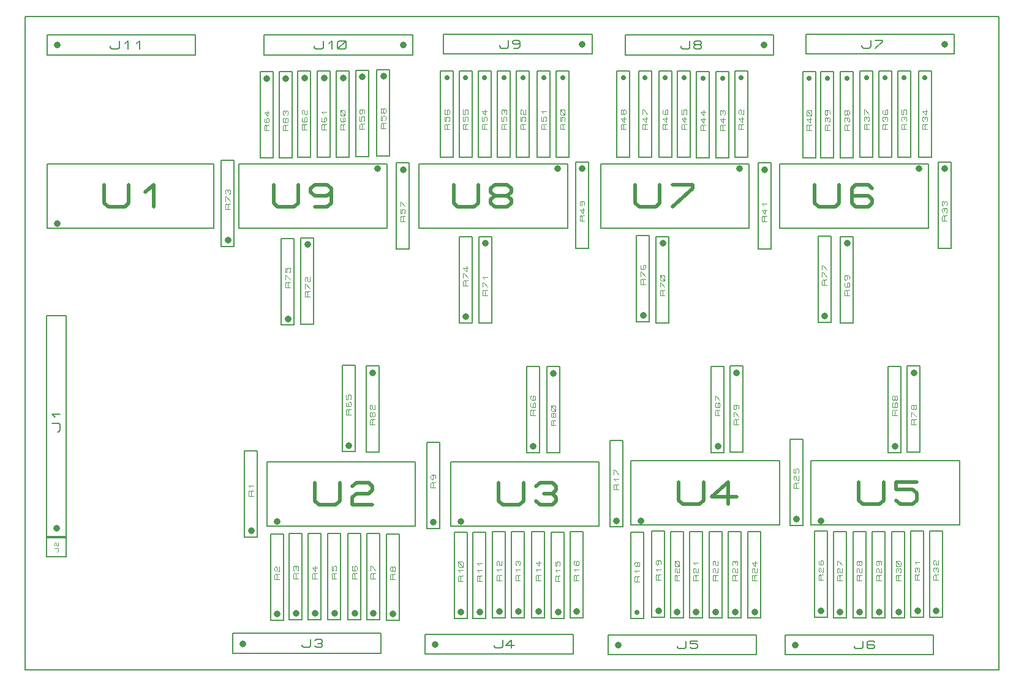
<source format=gbr>
G04 PROTEUS RS274X GERBER FILE*
%FSLAX45Y45*%
%MOMM*%
G01*
%ADD12C,0.203200*%
%ADD70C,0.914400*%
%ADD71C,0.177800*%
%ADD20C,0.507080*%
%ADD21C,0.084660*%
%ADD22C,0.110230*%
%ADD23C,0.711200*%
D12*
X-10127160Y-1979160D02*
X-9852840Y-1979160D01*
X-9852840Y+1089160D01*
X-10127160Y+1089160D01*
X-10127160Y-1979160D01*
D70*
X-9990000Y-1842000D02*
X-9990000Y-1842000D01*
D71*
X-9972220Y-513580D02*
X-9954440Y-513580D01*
X-9936660Y-493578D01*
X-9936660Y-413568D01*
X-9954440Y-393565D01*
X-10043340Y-393565D01*
X-10007780Y-313555D02*
X-10043340Y-273550D01*
X-9936660Y-273550D01*
D12*
X-10117160Y+2306500D02*
X-7810840Y+2306500D01*
X-7810840Y+3195500D01*
X-10117160Y+3195500D01*
X-10117160Y+2306500D01*
D70*
X-9980000Y+2370000D02*
X-9980000Y+2370000D01*
D20*
X-9328936Y+2903126D02*
X-9328936Y+2649583D01*
X-9271889Y+2598875D01*
X-9043701Y+2598875D01*
X-8986654Y+2649583D01*
X-8986654Y+2903126D01*
X-8758466Y+2801709D02*
X-8644372Y+2903126D01*
X-8644372Y+2598875D01*
D12*
X-10127160Y-2239160D02*
X-9852840Y-2239160D01*
X-9852840Y-1964840D01*
X-10127160Y-1964840D01*
X-10127160Y-2239160D01*
D21*
X-9981533Y-2178199D02*
X-9973066Y-2178199D01*
X-9964600Y-2168675D01*
X-9964600Y-2130575D01*
X-9973066Y-2121050D01*
X-10015399Y-2121050D01*
X-10006933Y-2092476D02*
X-10015399Y-2082951D01*
X-10015399Y-2054376D01*
X-10006933Y-2044851D01*
X-9998466Y-2044851D01*
X-9990000Y-2054376D01*
X-9990000Y-2082951D01*
X-9981533Y-2092476D01*
X-9964600Y-2092476D01*
X-9964600Y-2044851D01*
D12*
X-10117160Y+4702840D02*
X-8064840Y+4702840D01*
X-8064840Y+4977160D01*
X-10117160Y+4977160D01*
X-10117160Y+4702840D01*
D70*
X-9980000Y+4840000D02*
X-9980000Y+4840000D01*
D71*
X-9239590Y+4822220D02*
X-9239590Y+4804440D01*
X-9219588Y+4786660D01*
X-9139578Y+4786660D01*
X-9119575Y+4804440D01*
X-9119575Y+4893340D01*
X-9039565Y+4857780D02*
X-8999560Y+4893340D01*
X-8999560Y+4786660D01*
X-8879545Y+4857780D02*
X-8839540Y+4893340D01*
X-8839540Y+4786660D01*
D12*
X-7075160Y-1815851D02*
X-5022840Y-1815851D01*
X-5022840Y-926851D01*
X-7075160Y-926851D01*
X-7075160Y-1815851D01*
D70*
X-6938000Y-1752351D02*
X-6938000Y-1752351D01*
D20*
X-6413936Y-1219225D02*
X-6413936Y-1472768D01*
X-6356889Y-1523476D01*
X-6128701Y-1523476D01*
X-6071654Y-1472768D01*
X-6071654Y-1219225D01*
X-5900513Y-1269934D02*
X-5843466Y-1219225D01*
X-5672325Y-1219225D01*
X-5615278Y-1269934D01*
X-5615278Y-1320642D01*
X-5672325Y-1371351D01*
X-5843466Y-1371351D01*
X-5900513Y-1422059D01*
X-5900513Y-1523476D01*
X-5615278Y-1523476D01*
D12*
X-4535160Y-1815851D02*
X-2482840Y-1815851D01*
X-2482840Y-926851D01*
X-4535160Y-926851D01*
X-4535160Y-1815851D01*
D70*
X-4398000Y-1752351D02*
X-4398000Y-1752351D01*
D20*
X-3873936Y-1219225D02*
X-3873936Y-1472768D01*
X-3816889Y-1523476D01*
X-3588701Y-1523476D01*
X-3531654Y-1472768D01*
X-3531654Y-1219225D01*
X-3360513Y-1269934D02*
X-3303466Y-1219225D01*
X-3132325Y-1219225D01*
X-3075278Y-1269934D01*
X-3075278Y-1320642D01*
X-3132325Y-1371351D01*
X-3075278Y-1422059D01*
X-3075278Y-1472768D01*
X-3132325Y-1523476D01*
X-3303466Y-1523476D01*
X-3360513Y-1472768D01*
X-3246419Y-1371351D02*
X-3132325Y-1371351D01*
D12*
X-2045160Y-1805851D02*
X+7160Y-1805851D01*
X+7160Y-916851D01*
X-2045160Y-916851D01*
X-2045160Y-1805851D01*
D70*
X-1908000Y-1742351D02*
X-1908000Y-1742351D01*
D20*
X-1383936Y-1209225D02*
X-1383936Y-1462768D01*
X-1326889Y-1513476D01*
X-1098701Y-1513476D01*
X-1041654Y-1462768D01*
X-1041654Y-1209225D01*
X-585278Y-1412059D02*
X-927560Y-1412059D01*
X-699372Y-1209225D01*
X-699372Y-1513476D01*
D12*
X+444840Y-1805851D02*
X+2497160Y-1805851D01*
X+2497160Y-916851D01*
X+444840Y-916851D01*
X+444840Y-1805851D01*
D70*
X+582000Y-1742351D02*
X+582000Y-1742351D01*
D20*
X+1106064Y-1209225D02*
X+1106064Y-1462768D01*
X+1163111Y-1513476D01*
X+1391299Y-1513476D01*
X+1448346Y-1462768D01*
X+1448346Y-1209225D01*
X+1904722Y-1209225D02*
X+1619487Y-1209225D01*
X+1619487Y-1310642D01*
X+1847675Y-1310642D01*
X+1904722Y-1361351D01*
X+1904722Y-1462768D01*
X+1847675Y-1513476D01*
X+1676534Y-1513476D01*
X+1619487Y-1462768D01*
D12*
X+14840Y+2304500D02*
X+2067160Y+2304500D01*
X+2067160Y+3193500D01*
X+14840Y+3193500D01*
X+14840Y+2304500D01*
D70*
X+1930000Y+3130000D02*
X+1930000Y+3130000D01*
D20*
X+493184Y+2901126D02*
X+493184Y+2647583D01*
X+550231Y+2596875D01*
X+778419Y+2596875D01*
X+835466Y+2647583D01*
X+835466Y+2901126D01*
X+1291842Y+2850417D02*
X+1234795Y+2901126D01*
X+1063654Y+2901126D01*
X+1006607Y+2850417D01*
X+1006607Y+2647583D01*
X+1063654Y+2596875D01*
X+1234795Y+2596875D01*
X+1291842Y+2647583D01*
X+1291842Y+2698292D01*
X+1234795Y+2749000D01*
X+1006607Y+2749000D01*
D12*
X-2465160Y+2304500D02*
X-412840Y+2304500D01*
X-412840Y+3193500D01*
X-2465160Y+3193500D01*
X-2465160Y+2304500D01*
D70*
X-550000Y+3130000D02*
X-550000Y+3130000D01*
D20*
X-1986816Y+2901126D02*
X-1986816Y+2647583D01*
X-1929769Y+2596875D01*
X-1701581Y+2596875D01*
X-1644534Y+2647583D01*
X-1644534Y+2901126D01*
X-1473393Y+2901126D02*
X-1188158Y+2901126D01*
X-1188158Y+2850417D01*
X-1473393Y+2596875D01*
D12*
X-4975160Y+2304500D02*
X-2922840Y+2304500D01*
X-2922840Y+3193500D01*
X-4975160Y+3193500D01*
X-4975160Y+2304500D01*
D70*
X-3060000Y+3130000D02*
X-3060000Y+3130000D01*
D20*
X-4496816Y+2901126D02*
X-4496816Y+2647583D01*
X-4439769Y+2596875D01*
X-4211581Y+2596875D01*
X-4154534Y+2647583D01*
X-4154534Y+2901126D01*
X-3926346Y+2749000D02*
X-3983393Y+2799709D01*
X-3983393Y+2850417D01*
X-3926346Y+2901126D01*
X-3755205Y+2901126D01*
X-3698158Y+2850417D01*
X-3698158Y+2799709D01*
X-3755205Y+2749000D01*
X-3926346Y+2749000D01*
X-3983393Y+2698292D01*
X-3983393Y+2647583D01*
X-3926346Y+2596875D01*
X-3755205Y+2596875D01*
X-3698158Y+2647583D01*
X-3698158Y+2698292D01*
X-3755205Y+2749000D01*
D12*
X-7465160Y+2304500D02*
X-5412840Y+2304500D01*
X-5412840Y+3193500D01*
X-7465160Y+3193500D01*
X-7465160Y+2304500D01*
D70*
X-5550000Y+3130000D02*
X-5550000Y+3130000D01*
D20*
X-6986816Y+2901126D02*
X-6986816Y+2647583D01*
X-6929769Y+2596875D01*
X-6701581Y+2596875D01*
X-6644534Y+2647583D01*
X-6644534Y+2901126D01*
X-6188158Y+2799709D02*
X-6245205Y+2749000D01*
X-6416346Y+2749000D01*
X-6473393Y+2799709D01*
X-6473393Y+2850417D01*
X-6416346Y+2901126D01*
X-6245205Y+2901126D01*
X-6188158Y+2850417D01*
X-6188158Y+2647583D01*
X-6245205Y+2596875D01*
X-6416346Y+2596875D01*
D12*
X-6608900Y+975100D02*
X-6431100Y+975100D01*
X-6431100Y+2168900D01*
X-6608900Y+2168900D01*
X-6608900Y+975100D01*
D70*
X-6520000Y+2080000D02*
X-6520000Y+2080000D01*
D22*
X-6486929Y+1355872D02*
X-6553070Y+1355872D01*
X-6553070Y+1417879D01*
X-6542047Y+1430281D01*
X-6531023Y+1430281D01*
X-6520000Y+1417879D01*
X-6520000Y+1355872D01*
X-6520000Y+1417879D02*
X-6508976Y+1430281D01*
X-6486929Y+1430281D01*
X-6553070Y+1467485D02*
X-6553070Y+1529493D01*
X-6542047Y+1529493D01*
X-6486929Y+1467485D01*
X-6542047Y+1566697D02*
X-6553070Y+1579099D01*
X-6553070Y+1616303D01*
X-6542047Y+1628705D01*
X-6531023Y+1628705D01*
X-6520000Y+1616303D01*
X-6520000Y+1579099D01*
X-6508976Y+1566697D01*
X-6486929Y+1566697D01*
X-6486929Y+1628705D01*
D12*
X-4148900Y+995100D02*
X-3971100Y+995100D01*
X-3971100Y+2188900D01*
X-4148900Y+2188900D01*
X-4148900Y+995100D01*
D70*
X-4060000Y+2100000D02*
X-4060000Y+2100000D01*
D22*
X-4026929Y+1375872D02*
X-4093070Y+1375872D01*
X-4093070Y+1437879D01*
X-4082047Y+1450281D01*
X-4071023Y+1450281D01*
X-4060000Y+1437879D01*
X-4060000Y+1375872D01*
X-4060000Y+1437879D02*
X-4048976Y+1450281D01*
X-4026929Y+1450281D01*
X-4093070Y+1487485D02*
X-4093070Y+1549493D01*
X-4082047Y+1549493D01*
X-4026929Y+1487485D01*
X-4071023Y+1599099D02*
X-4093070Y+1623902D01*
X-4026929Y+1623902D01*
D12*
X-1698900Y+995100D02*
X-1521100Y+995100D01*
X-1521100Y+2188900D01*
X-1698900Y+2188900D01*
X-1698900Y+995100D01*
D70*
X-1610000Y+2100000D02*
X-1610000Y+2100000D01*
D22*
X-1576929Y+1375872D02*
X-1643070Y+1375872D01*
X-1643070Y+1437879D01*
X-1632047Y+1450281D01*
X-1621023Y+1450281D01*
X-1610000Y+1437879D01*
X-1610000Y+1375872D01*
X-1610000Y+1437879D02*
X-1598976Y+1450281D01*
X-1576929Y+1450281D01*
X-1643070Y+1487485D02*
X-1643070Y+1549493D01*
X-1632047Y+1549493D01*
X-1576929Y+1487485D01*
X-1587952Y+1574296D02*
X-1632047Y+1574296D01*
X-1643070Y+1586697D01*
X-1643070Y+1636303D01*
X-1632047Y+1648705D01*
X-1587952Y+1648705D01*
X-1576929Y+1636303D01*
X-1576929Y+1586697D01*
X-1587952Y+1574296D01*
X-1576929Y+1574296D02*
X-1643070Y+1648705D01*
D12*
X+851100Y+995100D02*
X+1028900Y+995100D01*
X+1028900Y+2188900D01*
X+851100Y+2188900D01*
X+851100Y+995100D01*
D70*
X+940000Y+2100000D02*
X+940000Y+2100000D01*
D22*
X+973071Y+1375872D02*
X+906930Y+1375872D01*
X+906930Y+1437879D01*
X+917953Y+1450281D01*
X+928977Y+1450281D01*
X+940000Y+1437879D01*
X+940000Y+1375872D01*
X+940000Y+1437879D02*
X+951024Y+1450281D01*
X+973071Y+1450281D01*
X+917953Y+1549493D02*
X+906930Y+1537091D01*
X+906930Y+1499887D01*
X+917953Y+1487485D01*
X+962048Y+1487485D01*
X+973071Y+1499887D01*
X+973071Y+1537091D01*
X+962048Y+1549493D01*
X+951024Y+1549493D01*
X+940000Y+1537091D01*
X+940000Y+1487485D01*
X+928977Y+1648705D02*
X+940000Y+1636303D01*
X+940000Y+1599099D01*
X+928977Y+1586697D01*
X+917953Y+1586697D01*
X+906930Y+1599099D01*
X+906930Y+1636303D01*
X+917953Y+1648705D01*
X+962048Y+1648705D01*
X+973071Y+1636303D01*
X+973071Y+1599099D01*
D12*
X+1513100Y-801251D02*
X+1690900Y-801251D01*
X+1690900Y+392549D01*
X+1513100Y+392549D01*
X+1513100Y-801251D01*
D70*
X+1602000Y-712351D02*
X+1602000Y-712351D01*
D22*
X+1635071Y-285859D02*
X+1568930Y-285859D01*
X+1568930Y-223852D01*
X+1579953Y-211450D01*
X+1590977Y-211450D01*
X+1602000Y-223852D01*
X+1602000Y-285859D01*
X+1602000Y-223852D02*
X+1613024Y-211450D01*
X+1635071Y-211450D01*
X+1579953Y-112238D02*
X+1568930Y-124640D01*
X+1568930Y-161844D01*
X+1579953Y-174246D01*
X+1624048Y-174246D01*
X+1635071Y-161844D01*
X+1635071Y-124640D01*
X+1624048Y-112238D01*
X+1613024Y-112238D01*
X+1602000Y-124640D01*
X+1602000Y-174246D01*
X+1602000Y-62632D02*
X+1590977Y-75034D01*
X+1579953Y-75034D01*
X+1568930Y-62632D01*
X+1568930Y-25428D01*
X+1579953Y-13026D01*
X+1590977Y-13026D01*
X+1602000Y-25428D01*
X+1602000Y-62632D01*
X+1613024Y-75034D01*
X+1624048Y-75034D01*
X+1635071Y-62632D01*
X+1635071Y-25428D01*
X+1624048Y-13026D01*
X+1613024Y-13026D01*
X+1602000Y-25428D01*
D12*
X-936900Y-801251D02*
X-759100Y-801251D01*
X-759100Y+392549D01*
X-936900Y+392549D01*
X-936900Y-801251D01*
D70*
X-848000Y-712351D02*
X-848000Y-712351D01*
D22*
X-814929Y-285859D02*
X-881070Y-285859D01*
X-881070Y-223852D01*
X-870047Y-211450D01*
X-859023Y-211450D01*
X-848000Y-223852D01*
X-848000Y-285859D01*
X-848000Y-223852D02*
X-836976Y-211450D01*
X-814929Y-211450D01*
X-870047Y-112238D02*
X-881070Y-124640D01*
X-881070Y-161844D01*
X-870047Y-174246D01*
X-825952Y-174246D01*
X-814929Y-161844D01*
X-814929Y-124640D01*
X-825952Y-112238D01*
X-836976Y-112238D01*
X-848000Y-124640D01*
X-848000Y-174246D01*
X-881070Y-75034D02*
X-881070Y-13026D01*
X-870047Y-13026D01*
X-814929Y-75034D01*
D12*
X-3486900Y-801251D02*
X-3309100Y-801251D01*
X-3309100Y+392549D01*
X-3486900Y+392549D01*
X-3486900Y-801251D01*
D70*
X-3398000Y-712351D02*
X-3398000Y-712351D01*
D22*
X-3364929Y-285859D02*
X-3431070Y-285859D01*
X-3431070Y-223852D01*
X-3420047Y-211450D01*
X-3409023Y-211450D01*
X-3398000Y-223852D01*
X-3398000Y-285859D01*
X-3398000Y-223852D02*
X-3386976Y-211450D01*
X-3364929Y-211450D01*
X-3420047Y-112238D02*
X-3431070Y-124640D01*
X-3431070Y-161844D01*
X-3420047Y-174246D01*
X-3375952Y-174246D01*
X-3364929Y-161844D01*
X-3364929Y-124640D01*
X-3375952Y-112238D01*
X-3386976Y-112238D01*
X-3398000Y-124640D01*
X-3398000Y-174246D01*
X-3420047Y-13026D02*
X-3431070Y-25428D01*
X-3431070Y-62632D01*
X-3420047Y-75034D01*
X-3375952Y-75034D01*
X-3364929Y-62632D01*
X-3364929Y-25428D01*
X-3375952Y-13026D01*
X-3386976Y-13026D01*
X-3398000Y-25428D01*
X-3398000Y-75034D01*
D12*
X-6036900Y-791251D02*
X-5859100Y-791251D01*
X-5859100Y+402549D01*
X-6036900Y+402549D01*
X-6036900Y-791251D01*
D70*
X-5948000Y-702351D02*
X-5948000Y-702351D01*
D22*
X-5914929Y-275859D02*
X-5981070Y-275859D01*
X-5981070Y-213852D01*
X-5970047Y-201450D01*
X-5959023Y-201450D01*
X-5948000Y-213852D01*
X-5948000Y-275859D01*
X-5948000Y-213852D02*
X-5936976Y-201450D01*
X-5914929Y-201450D01*
X-5970047Y-102238D02*
X-5981070Y-114640D01*
X-5981070Y-151844D01*
X-5970047Y-164246D01*
X-5925952Y-164246D01*
X-5914929Y-151844D01*
X-5914929Y-114640D01*
X-5925952Y-102238D01*
X-5936976Y-102238D01*
X-5948000Y-114640D01*
X-5948000Y-164246D01*
X-5981070Y-3026D02*
X-5981070Y-65034D01*
X-5959023Y-65034D01*
X-5959023Y-15428D01*
X-5948000Y-3026D01*
X-5925952Y-3026D01*
X-5914929Y-15428D01*
X-5914929Y-52632D01*
X-5925952Y-65034D01*
D12*
X-7708900Y+2051100D02*
X-7531100Y+2051100D01*
X-7531100Y+3244900D01*
X-7708900Y+3244900D01*
X-7708900Y+2051100D01*
D70*
X-7620000Y+2140000D02*
X-7620000Y+2140000D01*
D22*
X-7586929Y+2566492D02*
X-7653070Y+2566492D01*
X-7653070Y+2628499D01*
X-7642047Y+2640901D01*
X-7631023Y+2640901D01*
X-7620000Y+2628499D01*
X-7620000Y+2566492D01*
X-7620000Y+2628499D02*
X-7608976Y+2640901D01*
X-7586929Y+2640901D01*
X-7653070Y+2678105D02*
X-7653070Y+2740113D01*
X-7642047Y+2740113D01*
X-7586929Y+2678105D01*
X-7642047Y+2777317D02*
X-7653070Y+2789719D01*
X-7653070Y+2826923D01*
X-7642047Y+2839325D01*
X-7631023Y+2839325D01*
X-7620000Y+2826923D01*
X-7608976Y+2839325D01*
X-7597952Y+2839325D01*
X-7586929Y+2826923D01*
X-7586929Y+2789719D01*
X-7597952Y+2777317D01*
X-7620000Y+2802120D02*
X-7620000Y+2826923D01*
D12*
X-5706900Y-797251D02*
X-5529100Y-797251D01*
X-5529100Y+396549D01*
X-5706900Y+396549D01*
X-5706900Y-797251D01*
D70*
X-5618000Y+307649D02*
X-5618000Y+307649D01*
D22*
X-5584929Y-416479D02*
X-5651070Y-416479D01*
X-5651070Y-354472D01*
X-5640047Y-342070D01*
X-5629023Y-342070D01*
X-5618000Y-354472D01*
X-5618000Y-416479D01*
X-5618000Y-354472D02*
X-5606976Y-342070D01*
X-5584929Y-342070D01*
X-5618000Y-292464D02*
X-5629023Y-304866D01*
X-5640047Y-304866D01*
X-5651070Y-292464D01*
X-5651070Y-255260D01*
X-5640047Y-242858D01*
X-5629023Y-242858D01*
X-5618000Y-255260D01*
X-5618000Y-292464D01*
X-5606976Y-304866D01*
X-5595952Y-304866D01*
X-5584929Y-292464D01*
X-5584929Y-255260D01*
X-5595952Y-242858D01*
X-5606976Y-242858D01*
X-5618000Y-255260D01*
X-5640047Y-205654D02*
X-5651070Y-193252D01*
X-5651070Y-156048D01*
X-5640047Y-143646D01*
X-5629023Y-143646D01*
X-5618000Y-156048D01*
X-5618000Y-193252D01*
X-5606976Y-205654D01*
X-5584929Y-205654D01*
X-5584929Y-143646D01*
D12*
X-3206900Y-807251D02*
X-3029100Y-807251D01*
X-3029100Y+386549D01*
X-3206900Y+386549D01*
X-3206900Y-807251D01*
D70*
X-3118000Y+297649D02*
X-3118000Y+297649D01*
D22*
X-3084929Y-426479D02*
X-3151070Y-426479D01*
X-3151070Y-364472D01*
X-3140047Y-352070D01*
X-3129023Y-352070D01*
X-3118000Y-364472D01*
X-3118000Y-426479D01*
X-3118000Y-364472D02*
X-3106976Y-352070D01*
X-3084929Y-352070D01*
X-3118000Y-302464D02*
X-3129023Y-314866D01*
X-3140047Y-314866D01*
X-3151070Y-302464D01*
X-3151070Y-265260D01*
X-3140047Y-252858D01*
X-3129023Y-252858D01*
X-3118000Y-265260D01*
X-3118000Y-302464D01*
X-3106976Y-314866D01*
X-3095952Y-314866D01*
X-3084929Y-302464D01*
X-3084929Y-265260D01*
X-3095952Y-252858D01*
X-3106976Y-252858D01*
X-3118000Y-265260D01*
X-3095952Y-228055D02*
X-3140047Y-228055D01*
X-3151070Y-215654D01*
X-3151070Y-166048D01*
X-3140047Y-153646D01*
X-3095952Y-153646D01*
X-3084929Y-166048D01*
X-3084929Y-215654D01*
X-3095952Y-228055D01*
X-3084929Y-228055D02*
X-3151070Y-153646D01*
D12*
X-676900Y-797251D02*
X-499100Y-797251D01*
X-499100Y+396549D01*
X-676900Y+396549D01*
X-676900Y-797251D01*
D70*
X-588000Y+307649D02*
X-588000Y+307649D01*
D22*
X-554929Y-416479D02*
X-621070Y-416479D01*
X-621070Y-354472D01*
X-610047Y-342070D01*
X-599023Y-342070D01*
X-588000Y-354472D01*
X-588000Y-416479D01*
X-588000Y-354472D02*
X-576976Y-342070D01*
X-554929Y-342070D01*
X-621070Y-304866D02*
X-621070Y-242858D01*
X-610047Y-242858D01*
X-554929Y-304866D01*
X-599023Y-143646D02*
X-588000Y-156048D01*
X-588000Y-193252D01*
X-599023Y-205654D01*
X-610047Y-205654D01*
X-621070Y-193252D01*
X-621070Y-156048D01*
X-610047Y-143646D01*
X-565952Y-143646D01*
X-554929Y-156048D01*
X-554929Y-193252D01*
D12*
X+1773100Y-797251D02*
X+1950900Y-797251D01*
X+1950900Y+396549D01*
X+1773100Y+396549D01*
X+1773100Y-797251D01*
D70*
X+1862000Y+307649D02*
X+1862000Y+307649D01*
D22*
X+1895071Y-416479D02*
X+1828930Y-416479D01*
X+1828930Y-354472D01*
X+1839953Y-342070D01*
X+1850977Y-342070D01*
X+1862000Y-354472D01*
X+1862000Y-416479D01*
X+1862000Y-354472D02*
X+1873024Y-342070D01*
X+1895071Y-342070D01*
X+1828930Y-304866D02*
X+1828930Y-242858D01*
X+1839953Y-242858D01*
X+1895071Y-304866D01*
X+1862000Y-193252D02*
X+1850977Y-205654D01*
X+1839953Y-205654D01*
X+1828930Y-193252D01*
X+1828930Y-156048D01*
X+1839953Y-143646D01*
X+1850977Y-143646D01*
X+1862000Y-156048D01*
X+1862000Y-193252D01*
X+1873024Y-205654D01*
X+1884048Y-205654D01*
X+1895071Y-193252D01*
X+1895071Y-156048D01*
X+1884048Y-143646D01*
X+1873024Y-143646D01*
X+1862000Y-156048D01*
D12*
X+541100Y+1001100D02*
X+718900Y+1001100D01*
X+718900Y+2194900D01*
X+541100Y+2194900D01*
X+541100Y+1001100D01*
D70*
X+630000Y+1090000D02*
X+630000Y+1090000D01*
D22*
X+663071Y+1516492D02*
X+596930Y+1516492D01*
X+596930Y+1578499D01*
X+607953Y+1590901D01*
X+618977Y+1590901D01*
X+630000Y+1578499D01*
X+630000Y+1516492D01*
X+630000Y+1578499D02*
X+641024Y+1590901D01*
X+663071Y+1590901D01*
X+596930Y+1628105D02*
X+596930Y+1690113D01*
X+607953Y+1690113D01*
X+663071Y+1628105D01*
X+596930Y+1727317D02*
X+596930Y+1789325D01*
X+607953Y+1789325D01*
X+663071Y+1727317D01*
D12*
X-1968900Y+1011100D02*
X-1791100Y+1011100D01*
X-1791100Y+2204900D01*
X-1968900Y+2204900D01*
X-1968900Y+1011100D01*
D70*
X-1880000Y+1100000D02*
X-1880000Y+1100000D01*
D22*
X-1846929Y+1526492D02*
X-1913070Y+1526492D01*
X-1913070Y+1588499D01*
X-1902047Y+1600901D01*
X-1891023Y+1600901D01*
X-1880000Y+1588499D01*
X-1880000Y+1526492D01*
X-1880000Y+1588499D02*
X-1868976Y+1600901D01*
X-1846929Y+1600901D01*
X-1913070Y+1638105D02*
X-1913070Y+1700113D01*
X-1902047Y+1700113D01*
X-1846929Y+1638105D01*
X-1902047Y+1799325D02*
X-1913070Y+1786923D01*
X-1913070Y+1749719D01*
X-1902047Y+1737317D01*
X-1857952Y+1737317D01*
X-1846929Y+1749719D01*
X-1846929Y+1786923D01*
X-1857952Y+1799325D01*
X-1868976Y+1799325D01*
X-1880000Y+1786923D01*
X-1880000Y+1737317D01*
D12*
X-6878900Y+965100D02*
X-6701100Y+965100D01*
X-6701100Y+2158900D01*
X-6878900Y+2158900D01*
X-6878900Y+965100D01*
D70*
X-6790000Y+1054000D02*
X-6790000Y+1054000D01*
D22*
X-6756929Y+1480492D02*
X-6823070Y+1480492D01*
X-6823070Y+1542499D01*
X-6812047Y+1554901D01*
X-6801023Y+1554901D01*
X-6790000Y+1542499D01*
X-6790000Y+1480492D01*
X-6790000Y+1542499D02*
X-6778976Y+1554901D01*
X-6756929Y+1554901D01*
X-6823070Y+1592105D02*
X-6823070Y+1654113D01*
X-6812047Y+1654113D01*
X-6756929Y+1592105D01*
X-6823070Y+1753325D02*
X-6823070Y+1691317D01*
X-6801023Y+1691317D01*
X-6801023Y+1740923D01*
X-6790000Y+1753325D01*
X-6767952Y+1753325D01*
X-6756929Y+1740923D01*
X-6756929Y+1703719D01*
X-6767952Y+1691317D01*
D12*
X-4418900Y+991100D02*
X-4241100Y+991100D01*
X-4241100Y+2184900D01*
X-4418900Y+2184900D01*
X-4418900Y+991100D01*
D70*
X-4330000Y+1080000D02*
X-4330000Y+1080000D01*
D22*
X-4296929Y+1506492D02*
X-4363070Y+1506492D01*
X-4363070Y+1568499D01*
X-4352047Y+1580901D01*
X-4341023Y+1580901D01*
X-4330000Y+1568499D01*
X-4330000Y+1506492D01*
X-4330000Y+1568499D02*
X-4318976Y+1580901D01*
X-4296929Y+1580901D01*
X-4363070Y+1618105D02*
X-4363070Y+1680113D01*
X-4352047Y+1680113D01*
X-4296929Y+1618105D01*
X-4318976Y+1779325D02*
X-4318976Y+1704916D01*
X-4363070Y+1754522D01*
X-4296929Y+1754522D01*
D12*
X-7386900Y-1971251D02*
X-7209100Y-1971251D01*
X-7209100Y-777451D01*
X-7386900Y-777451D01*
X-7386900Y-1971251D01*
D70*
X-7298000Y-1882351D02*
X-7298000Y-1882351D01*
D22*
X-7264929Y-1406253D02*
X-7331070Y-1406253D01*
X-7331070Y-1344246D01*
X-7320047Y-1331844D01*
X-7309023Y-1331844D01*
X-7298000Y-1344246D01*
X-7298000Y-1406253D01*
X-7298000Y-1344246D02*
X-7286976Y-1331844D01*
X-7264929Y-1331844D01*
X-7309023Y-1282238D02*
X-7331070Y-1257435D01*
X-7264929Y-1257435D01*
D12*
X-4866900Y-1851251D02*
X-4689100Y-1851251D01*
X-4689100Y-657451D01*
X-4866900Y-657451D01*
X-4866900Y-1851251D01*
D70*
X-4778000Y-1762351D02*
X-4778000Y-1762351D01*
D22*
X-4744929Y-1286253D02*
X-4811070Y-1286253D01*
X-4811070Y-1224246D01*
X-4800047Y-1211844D01*
X-4789023Y-1211844D01*
X-4778000Y-1224246D01*
X-4778000Y-1286253D01*
X-4778000Y-1224246D02*
X-4766976Y-1211844D01*
X-4744929Y-1211844D01*
X-4789023Y-1112632D02*
X-4778000Y-1125034D01*
X-4778000Y-1162238D01*
X-4789023Y-1174640D01*
X-4800047Y-1174640D01*
X-4811070Y-1162238D01*
X-4811070Y-1125034D01*
X-4800047Y-1112632D01*
X-4755952Y-1112632D01*
X-4744929Y-1125034D01*
X-4744929Y-1162238D01*
D12*
X-2336900Y-1831251D02*
X-2159100Y-1831251D01*
X-2159100Y-637451D01*
X-2336900Y-637451D01*
X-2336900Y-1831251D01*
D70*
X-2248000Y-1742351D02*
X-2248000Y-1742351D01*
D22*
X-2214929Y-1315859D02*
X-2281070Y-1315859D01*
X-2281070Y-1253852D01*
X-2270047Y-1241450D01*
X-2259023Y-1241450D01*
X-2248000Y-1253852D01*
X-2248000Y-1315859D01*
X-2248000Y-1253852D02*
X-2236976Y-1241450D01*
X-2214929Y-1241450D01*
X-2259023Y-1191844D02*
X-2281070Y-1167041D01*
X-2214929Y-1167041D01*
X-2281070Y-1105034D02*
X-2281070Y-1043026D01*
X-2270047Y-1043026D01*
X-2214929Y-1105034D01*
D12*
X+153100Y-1811251D02*
X+330900Y-1811251D01*
X+330900Y-617451D01*
X+153100Y-617451D01*
X+153100Y-1811251D01*
D70*
X+242000Y-1722351D02*
X+242000Y-1722351D01*
D22*
X+275071Y-1295859D02*
X+208930Y-1295859D01*
X+208930Y-1233852D01*
X+219953Y-1221450D01*
X+230977Y-1221450D01*
X+242000Y-1233852D01*
X+242000Y-1295859D01*
X+242000Y-1233852D02*
X+253024Y-1221450D01*
X+275071Y-1221450D01*
X+219953Y-1184246D02*
X+208930Y-1171844D01*
X+208930Y-1134640D01*
X+219953Y-1122238D01*
X+230977Y-1122238D01*
X+242000Y-1134640D01*
X+242000Y-1171844D01*
X+253024Y-1184246D01*
X+275071Y-1184246D01*
X+275071Y-1122238D01*
X+208930Y-1023026D02*
X+208930Y-1085034D01*
X+230977Y-1085034D01*
X+230977Y-1035428D01*
X+242000Y-1023026D01*
X+264048Y-1023026D01*
X+275071Y-1035428D01*
X+275071Y-1072632D01*
X+264048Y-1085034D01*
D12*
X+2201100Y+2025100D02*
X+2378900Y+2025100D01*
X+2378900Y+3218900D01*
X+2201100Y+3218900D01*
X+2201100Y+2025100D01*
D70*
X+2290000Y+3130000D02*
X+2290000Y+3130000D01*
D22*
X+2323071Y+2405872D02*
X+2256930Y+2405872D01*
X+2256930Y+2467879D01*
X+2267953Y+2480281D01*
X+2278977Y+2480281D01*
X+2290000Y+2467879D01*
X+2290000Y+2405872D01*
X+2290000Y+2467879D02*
X+2301024Y+2480281D01*
X+2323071Y+2480281D01*
X+2267953Y+2517485D02*
X+2256930Y+2529887D01*
X+2256930Y+2567091D01*
X+2267953Y+2579493D01*
X+2278977Y+2579493D01*
X+2290000Y+2567091D01*
X+2301024Y+2579493D01*
X+2312048Y+2579493D01*
X+2323071Y+2567091D01*
X+2323071Y+2529887D01*
X+2312048Y+2517485D01*
X+2290000Y+2542288D02*
X+2290000Y+2567091D01*
X+2267953Y+2616697D02*
X+2256930Y+2629099D01*
X+2256930Y+2666303D01*
X+2267953Y+2678705D01*
X+2278977Y+2678705D01*
X+2290000Y+2666303D01*
X+2301024Y+2678705D01*
X+2312048Y+2678705D01*
X+2323071Y+2666303D01*
X+2323071Y+2629099D01*
X+2312048Y+2616697D01*
X+2290000Y+2641500D02*
X+2290000Y+2666303D01*
D12*
X-288900Y+2015100D02*
X-111100Y+2015100D01*
X-111100Y+3208900D01*
X-288900Y+3208900D01*
X-288900Y+2015100D01*
D70*
X-200000Y+3120000D02*
X-200000Y+3120000D01*
D22*
X-166929Y+2395872D02*
X-233070Y+2395872D01*
X-233070Y+2457879D01*
X-222047Y+2470281D01*
X-211023Y+2470281D01*
X-200000Y+2457879D01*
X-200000Y+2395872D01*
X-200000Y+2457879D02*
X-188976Y+2470281D01*
X-166929Y+2470281D01*
X-188976Y+2569493D02*
X-188976Y+2495084D01*
X-233070Y+2544690D01*
X-166929Y+2544690D01*
X-211023Y+2619099D02*
X-233070Y+2643902D01*
X-166929Y+2643902D01*
D12*
X-2808900Y+2025100D02*
X-2631100Y+2025100D01*
X-2631100Y+3218900D01*
X-2808900Y+3218900D01*
X-2808900Y+2025100D01*
D70*
X-2720000Y+3130000D02*
X-2720000Y+3130000D01*
D22*
X-2686929Y+2405872D02*
X-2753070Y+2405872D01*
X-2753070Y+2467879D01*
X-2742047Y+2480281D01*
X-2731023Y+2480281D01*
X-2720000Y+2467879D01*
X-2720000Y+2405872D01*
X-2720000Y+2467879D02*
X-2708976Y+2480281D01*
X-2686929Y+2480281D01*
X-2708976Y+2579493D02*
X-2708976Y+2505084D01*
X-2753070Y+2554690D01*
X-2686929Y+2554690D01*
X-2731023Y+2678705D02*
X-2720000Y+2666303D01*
X-2720000Y+2629099D01*
X-2731023Y+2616697D01*
X-2742047Y+2616697D01*
X-2753070Y+2629099D01*
X-2753070Y+2666303D01*
X-2742047Y+2678705D01*
X-2697952Y+2678705D01*
X-2686929Y+2666303D01*
X-2686929Y+2629099D01*
D12*
X-5288900Y+2015100D02*
X-5111100Y+2015100D01*
X-5111100Y+3208900D01*
X-5288900Y+3208900D01*
X-5288900Y+2015100D01*
D70*
X-5200000Y+3120000D02*
X-5200000Y+3120000D01*
D22*
X-5166929Y+2395872D02*
X-5233070Y+2395872D01*
X-5233070Y+2457879D01*
X-5222047Y+2470281D01*
X-5211023Y+2470281D01*
X-5200000Y+2457879D01*
X-5200000Y+2395872D01*
X-5200000Y+2457879D02*
X-5188976Y+2470281D01*
X-5166929Y+2470281D01*
X-5233070Y+2569493D02*
X-5233070Y+2507485D01*
X-5211023Y+2507485D01*
X-5211023Y+2557091D01*
X-5200000Y+2569493D01*
X-5177952Y+2569493D01*
X-5166929Y+2557091D01*
X-5166929Y+2519887D01*
X-5177952Y+2507485D01*
X-5233070Y+2606697D02*
X-5233070Y+2668705D01*
X-5222047Y+2668705D01*
X-5166929Y+2606697D01*
D12*
X-7549160Y-3579511D02*
X-5496840Y-3579511D01*
X-5496840Y-3305191D01*
X-7549160Y-3305191D01*
X-7549160Y-3579511D01*
D70*
X-7412000Y-3442351D02*
X-7412000Y-3442351D01*
D71*
X-6591580Y-3460131D02*
X-6591580Y-3477911D01*
X-6571578Y-3495691D01*
X-6491568Y-3495691D01*
X-6471565Y-3477911D01*
X-6471565Y-3389011D01*
X-6411558Y-3406791D02*
X-6391555Y-3389011D01*
X-6331548Y-3389011D01*
X-6311545Y-3406791D01*
X-6311545Y-3424571D01*
X-6331548Y-3442351D01*
X-6311545Y-3460131D01*
X-6311545Y-3477911D01*
X-6331548Y-3495691D01*
X-6391555Y-3495691D01*
X-6411558Y-3477911D01*
X-6371553Y-3442351D02*
X-6331548Y-3442351D01*
D12*
X-4895160Y-3589511D02*
X-2842840Y-3589511D01*
X-2842840Y-3315191D01*
X-4895160Y-3315191D01*
X-4895160Y-3589511D01*
D70*
X-4758000Y-3452351D02*
X-4758000Y-3452351D01*
D71*
X-3937580Y-3470131D02*
X-3937580Y-3487911D01*
X-3917578Y-3505691D01*
X-3837568Y-3505691D01*
X-3817565Y-3487911D01*
X-3817565Y-3399011D01*
X-3657545Y-3470131D02*
X-3777560Y-3470131D01*
X-3697550Y-3399011D01*
X-3697550Y-3505691D01*
D12*
X-2363160Y-3599511D02*
X-310840Y-3599511D01*
X-310840Y-3325191D01*
X-2363160Y-3325191D01*
X-2363160Y-3599511D01*
D70*
X-2226000Y-3462351D02*
X-2226000Y-3462351D01*
D71*
X-1405580Y-3480131D02*
X-1405580Y-3497911D01*
X-1385578Y-3515691D01*
X-1305568Y-3515691D01*
X-1285565Y-3497911D01*
X-1285565Y-3409011D01*
X-1125545Y-3409011D02*
X-1225558Y-3409011D01*
X-1225558Y-3444571D01*
X-1145548Y-3444571D01*
X-1125545Y-3462351D01*
X-1125545Y-3497911D01*
X-1145548Y-3515691D01*
X-1205555Y-3515691D01*
X-1225558Y-3497911D01*
D12*
X+84840Y-3599511D02*
X+2137160Y-3599511D01*
X+2137160Y-3325191D01*
X+84840Y-3325191D01*
X+84840Y-3599511D01*
D70*
X+222000Y-3462351D02*
X+222000Y-3462351D01*
D71*
X+1042420Y-3480131D02*
X+1042420Y-3497911D01*
X+1062422Y-3515691D01*
X+1142432Y-3515691D01*
X+1162435Y-3497911D01*
X+1162435Y-3409011D01*
X+1322455Y-3426791D02*
X+1302452Y-3409011D01*
X+1242445Y-3409011D01*
X+1222442Y-3426791D01*
X+1222442Y-3497911D01*
X+1242445Y-3515691D01*
X+1302452Y-3515691D01*
X+1322455Y-3497911D01*
X+1322455Y-3480131D01*
X+1302452Y-3462351D01*
X+1222442Y-3462351D01*
D12*
X+374840Y+4712840D02*
X+2427160Y+4712840D01*
X+2427160Y+4987160D01*
X+374840Y+4987160D01*
X+374840Y+4712840D01*
D70*
X+2290000Y+4850000D02*
X+2290000Y+4850000D01*
D71*
X+1149540Y+4832220D02*
X+1149540Y+4814440D01*
X+1169542Y+4796660D01*
X+1249552Y+4796660D01*
X+1269555Y+4814440D01*
X+1269555Y+4903340D01*
X+1329562Y+4903340D02*
X+1429575Y+4903340D01*
X+1429575Y+4885560D01*
X+1329562Y+4796660D01*
D12*
X-2125160Y+4702840D02*
X-72840Y+4702840D01*
X-72840Y+4977160D01*
X-2125160Y+4977160D01*
X-2125160Y+4702840D01*
D70*
X-210000Y+4840000D02*
X-210000Y+4840000D01*
D71*
X-1350460Y+4822220D02*
X-1350460Y+4804440D01*
X-1330458Y+4786660D01*
X-1250448Y+4786660D01*
X-1230445Y+4804440D01*
X-1230445Y+4893340D01*
X-1150435Y+4840000D02*
X-1170438Y+4857780D01*
X-1170438Y+4875560D01*
X-1150435Y+4893340D01*
X-1090428Y+4893340D01*
X-1070425Y+4875560D01*
X-1070425Y+4857780D01*
X-1090428Y+4840000D01*
X-1150435Y+4840000D01*
X-1170438Y+4822220D01*
X-1170438Y+4804440D01*
X-1150435Y+4786660D01*
X-1090428Y+4786660D01*
X-1070425Y+4804440D01*
X-1070425Y+4822220D01*
X-1090428Y+4840000D01*
D12*
X-4635160Y+4712840D02*
X-2582840Y+4712840D01*
X-2582840Y+4987160D01*
X-4635160Y+4987160D01*
X-4635160Y+4712840D01*
D70*
X-2720000Y+4850000D02*
X-2720000Y+4850000D01*
D71*
X-3860460Y+4832220D02*
X-3860460Y+4814440D01*
X-3840458Y+4796660D01*
X-3760448Y+4796660D01*
X-3740445Y+4814440D01*
X-3740445Y+4903340D01*
X-3580425Y+4867780D02*
X-3600428Y+4850000D01*
X-3660435Y+4850000D01*
X-3680438Y+4867780D01*
X-3680438Y+4885560D01*
X-3660435Y+4903340D01*
X-3600428Y+4903340D01*
X-3580425Y+4885560D01*
X-3580425Y+4814440D01*
X-3600428Y+4796660D01*
X-3660435Y+4796660D01*
D12*
X-7115160Y+4702840D02*
X-5062840Y+4702840D01*
X-5062840Y+4977160D01*
X-7115160Y+4977160D01*
X-7115160Y+4702840D01*
D70*
X-5200000Y+4840000D02*
X-5200000Y+4840000D01*
D71*
X-6420470Y+4822220D02*
X-6420470Y+4804440D01*
X-6400468Y+4786660D01*
X-6320458Y+4786660D01*
X-6300455Y+4804440D01*
X-6300455Y+4893340D01*
X-6220445Y+4857780D02*
X-6180440Y+4893340D01*
X-6180440Y+4786660D01*
X-6100430Y+4804440D02*
X-6100430Y+4875560D01*
X-6080428Y+4893340D01*
X-6000418Y+4893340D01*
X-5980415Y+4875560D01*
X-5980415Y+4804440D01*
X-6000418Y+4786660D01*
X-6080428Y+4786660D01*
X-6100430Y+4804440D01*
X-6100430Y+4786660D02*
X-5980415Y+4893340D01*
D12*
X-7026900Y-3121251D02*
X-6849100Y-3121251D01*
X-6849100Y-1927451D01*
X-7026900Y-1927451D01*
X-7026900Y-3121251D01*
D70*
X-6938000Y-3032351D02*
X-6938000Y-3032351D01*
D22*
X-6904929Y-2556253D02*
X-6971070Y-2556253D01*
X-6971070Y-2494246D01*
X-6960047Y-2481844D01*
X-6949023Y-2481844D01*
X-6938000Y-2494246D01*
X-6938000Y-2556253D01*
X-6938000Y-2494246D02*
X-6926976Y-2481844D01*
X-6904929Y-2481844D01*
X-6960047Y-2444640D02*
X-6971070Y-2432238D01*
X-6971070Y-2395034D01*
X-6960047Y-2382632D01*
X-6949023Y-2382632D01*
X-6938000Y-2395034D01*
X-6938000Y-2432238D01*
X-6926976Y-2444640D01*
X-6904929Y-2444640D01*
X-6904929Y-2382632D01*
D12*
X-6766900Y-3111251D02*
X-6589100Y-3111251D01*
X-6589100Y-1917451D01*
X-6766900Y-1917451D01*
X-6766900Y-3111251D01*
D70*
X-6678000Y-3022351D02*
X-6678000Y-3022351D01*
D22*
X-6644929Y-2546253D02*
X-6711070Y-2546253D01*
X-6711070Y-2484246D01*
X-6700047Y-2471844D01*
X-6689023Y-2471844D01*
X-6678000Y-2484246D01*
X-6678000Y-2546253D01*
X-6678000Y-2484246D02*
X-6666976Y-2471844D01*
X-6644929Y-2471844D01*
X-6700047Y-2434640D02*
X-6711070Y-2422238D01*
X-6711070Y-2385034D01*
X-6700047Y-2372632D01*
X-6689023Y-2372632D01*
X-6678000Y-2385034D01*
X-6666976Y-2372632D01*
X-6655952Y-2372632D01*
X-6644929Y-2385034D01*
X-6644929Y-2422238D01*
X-6655952Y-2434640D01*
X-6678000Y-2409837D02*
X-6678000Y-2385034D01*
D12*
X-6506900Y-3111251D02*
X-6329100Y-3111251D01*
X-6329100Y-1917451D01*
X-6506900Y-1917451D01*
X-6506900Y-3111251D01*
D70*
X-6418000Y-3022351D02*
X-6418000Y-3022351D01*
D22*
X-6384929Y-2546253D02*
X-6451070Y-2546253D01*
X-6451070Y-2484246D01*
X-6440047Y-2471844D01*
X-6429023Y-2471844D01*
X-6418000Y-2484246D01*
X-6418000Y-2546253D01*
X-6418000Y-2484246D02*
X-6406976Y-2471844D01*
X-6384929Y-2471844D01*
X-6406976Y-2372632D02*
X-6406976Y-2447041D01*
X-6451070Y-2397435D01*
X-6384929Y-2397435D01*
D12*
X-6236900Y-3111251D02*
X-6059100Y-3111251D01*
X-6059100Y-1917451D01*
X-6236900Y-1917451D01*
X-6236900Y-3111251D01*
D70*
X-6148000Y-3022351D02*
X-6148000Y-3022351D01*
D22*
X-6114929Y-2546253D02*
X-6181070Y-2546253D01*
X-6181070Y-2484246D01*
X-6170047Y-2471844D01*
X-6159023Y-2471844D01*
X-6148000Y-2484246D01*
X-6148000Y-2546253D01*
X-6148000Y-2484246D02*
X-6136976Y-2471844D01*
X-6114929Y-2471844D01*
X-6181070Y-2372632D02*
X-6181070Y-2434640D01*
X-6159023Y-2434640D01*
X-6159023Y-2385034D01*
X-6148000Y-2372632D01*
X-6125952Y-2372632D01*
X-6114929Y-2385034D01*
X-6114929Y-2422238D01*
X-6125952Y-2434640D01*
D12*
X-5956900Y-3111251D02*
X-5779100Y-3111251D01*
X-5779100Y-1917451D01*
X-5956900Y-1917451D01*
X-5956900Y-3111251D01*
D70*
X-5868000Y-3022351D02*
X-5868000Y-3022351D01*
D22*
X-5834929Y-2546253D02*
X-5901070Y-2546253D01*
X-5901070Y-2484246D01*
X-5890047Y-2471844D01*
X-5879023Y-2471844D01*
X-5868000Y-2484246D01*
X-5868000Y-2546253D01*
X-5868000Y-2484246D02*
X-5856976Y-2471844D01*
X-5834929Y-2471844D01*
X-5890047Y-2372632D02*
X-5901070Y-2385034D01*
X-5901070Y-2422238D01*
X-5890047Y-2434640D01*
X-5845952Y-2434640D01*
X-5834929Y-2422238D01*
X-5834929Y-2385034D01*
X-5845952Y-2372632D01*
X-5856976Y-2372632D01*
X-5868000Y-2385034D01*
X-5868000Y-2434640D01*
D12*
X-5696900Y-3111251D02*
X-5519100Y-3111251D01*
X-5519100Y-1917451D01*
X-5696900Y-1917451D01*
X-5696900Y-3111251D01*
D70*
X-5608000Y-3022351D02*
X-5608000Y-3022351D01*
D22*
X-5574929Y-2546253D02*
X-5641070Y-2546253D01*
X-5641070Y-2484246D01*
X-5630047Y-2471844D01*
X-5619023Y-2471844D01*
X-5608000Y-2484246D01*
X-5608000Y-2546253D01*
X-5608000Y-2484246D02*
X-5596976Y-2471844D01*
X-5574929Y-2471844D01*
X-5641070Y-2434640D02*
X-5641070Y-2372632D01*
X-5630047Y-2372632D01*
X-5574929Y-2434640D01*
D12*
X-5426900Y-3121251D02*
X-5249100Y-3121251D01*
X-5249100Y-1927451D01*
X-5426900Y-1927451D01*
X-5426900Y-3121251D01*
D70*
X-5338000Y-3032351D02*
X-5338000Y-3032351D01*
D22*
X-5304929Y-2556253D02*
X-5371070Y-2556253D01*
X-5371070Y-2494246D01*
X-5360047Y-2481844D01*
X-5349023Y-2481844D01*
X-5338000Y-2494246D01*
X-5338000Y-2556253D01*
X-5338000Y-2494246D02*
X-5326976Y-2481844D01*
X-5304929Y-2481844D01*
X-5338000Y-2432238D02*
X-5349023Y-2444640D01*
X-5360047Y-2444640D01*
X-5371070Y-2432238D01*
X-5371070Y-2395034D01*
X-5360047Y-2382632D01*
X-5349023Y-2382632D01*
X-5338000Y-2395034D01*
X-5338000Y-2432238D01*
X-5326976Y-2444640D01*
X-5315952Y-2444640D01*
X-5304929Y-2432238D01*
X-5304929Y-2395034D01*
X-5315952Y-2382632D01*
X-5326976Y-2382632D01*
X-5338000Y-2395034D01*
D12*
X-4486900Y-3097251D02*
X-4309100Y-3097251D01*
X-4309100Y-1903451D01*
X-4486900Y-1903451D01*
X-4486900Y-3097251D01*
D70*
X-4398000Y-3008351D02*
X-4398000Y-3008351D01*
D22*
X-4364929Y-2581859D02*
X-4431070Y-2581859D01*
X-4431070Y-2519852D01*
X-4420047Y-2507450D01*
X-4409023Y-2507450D01*
X-4398000Y-2519852D01*
X-4398000Y-2581859D01*
X-4398000Y-2519852D02*
X-4386976Y-2507450D01*
X-4364929Y-2507450D01*
X-4409023Y-2457844D02*
X-4431070Y-2433041D01*
X-4364929Y-2433041D01*
X-4375952Y-2383435D02*
X-4420047Y-2383435D01*
X-4431070Y-2371034D01*
X-4431070Y-2321428D01*
X-4420047Y-2309026D01*
X-4375952Y-2309026D01*
X-4364929Y-2321428D01*
X-4364929Y-2371034D01*
X-4375952Y-2383435D01*
X-4364929Y-2383435D02*
X-4431070Y-2309026D01*
D12*
X-4226900Y-3097251D02*
X-4049100Y-3097251D01*
X-4049100Y-1903451D01*
X-4226900Y-1903451D01*
X-4226900Y-3097251D01*
D70*
X-4138000Y-3008351D02*
X-4138000Y-3008351D01*
D22*
X-4104929Y-2581859D02*
X-4171070Y-2581859D01*
X-4171070Y-2519852D01*
X-4160047Y-2507450D01*
X-4149023Y-2507450D01*
X-4138000Y-2519852D01*
X-4138000Y-2581859D01*
X-4138000Y-2519852D02*
X-4126976Y-2507450D01*
X-4104929Y-2507450D01*
X-4149023Y-2457844D02*
X-4171070Y-2433041D01*
X-4104929Y-2433041D01*
X-4149023Y-2358632D02*
X-4171070Y-2333829D01*
X-4104929Y-2333829D01*
D12*
X-3956900Y-3087251D02*
X-3779100Y-3087251D01*
X-3779100Y-1893451D01*
X-3956900Y-1893451D01*
X-3956900Y-3087251D01*
D70*
X-3868000Y-2998351D02*
X-3868000Y-2998351D01*
D22*
X-3834929Y-2571859D02*
X-3901070Y-2571859D01*
X-3901070Y-2509852D01*
X-3890047Y-2497450D01*
X-3879023Y-2497450D01*
X-3868000Y-2509852D01*
X-3868000Y-2571859D01*
X-3868000Y-2509852D02*
X-3856976Y-2497450D01*
X-3834929Y-2497450D01*
X-3879023Y-2447844D02*
X-3901070Y-2423041D01*
X-3834929Y-2423041D01*
X-3890047Y-2361034D02*
X-3901070Y-2348632D01*
X-3901070Y-2311428D01*
X-3890047Y-2299026D01*
X-3879023Y-2299026D01*
X-3868000Y-2311428D01*
X-3868000Y-2348632D01*
X-3856976Y-2361034D01*
X-3834929Y-2361034D01*
X-3834929Y-2299026D01*
D12*
X-3696900Y-3087251D02*
X-3519100Y-3087251D01*
X-3519100Y-1893451D01*
X-3696900Y-1893451D01*
X-3696900Y-3087251D01*
D70*
X-3608000Y-2998351D02*
X-3608000Y-2998351D01*
D22*
X-3574929Y-2571859D02*
X-3641070Y-2571859D01*
X-3641070Y-2509852D01*
X-3630047Y-2497450D01*
X-3619023Y-2497450D01*
X-3608000Y-2509852D01*
X-3608000Y-2571859D01*
X-3608000Y-2509852D02*
X-3596976Y-2497450D01*
X-3574929Y-2497450D01*
X-3619023Y-2447844D02*
X-3641070Y-2423041D01*
X-3574929Y-2423041D01*
X-3630047Y-2361034D02*
X-3641070Y-2348632D01*
X-3641070Y-2311428D01*
X-3630047Y-2299026D01*
X-3619023Y-2299026D01*
X-3608000Y-2311428D01*
X-3596976Y-2299026D01*
X-3585952Y-2299026D01*
X-3574929Y-2311428D01*
X-3574929Y-2348632D01*
X-3585952Y-2361034D01*
X-3608000Y-2336231D02*
X-3608000Y-2311428D01*
D12*
X-3416900Y-3087251D02*
X-3239100Y-3087251D01*
X-3239100Y-1893451D01*
X-3416900Y-1893451D01*
X-3416900Y-3087251D01*
D70*
X-3328000Y-2998351D02*
X-3328000Y-2998351D01*
D22*
X-3294929Y-2571859D02*
X-3361070Y-2571859D01*
X-3361070Y-2509852D01*
X-3350047Y-2497450D01*
X-3339023Y-2497450D01*
X-3328000Y-2509852D01*
X-3328000Y-2571859D01*
X-3328000Y-2509852D02*
X-3316976Y-2497450D01*
X-3294929Y-2497450D01*
X-3339023Y-2447844D02*
X-3361070Y-2423041D01*
X-3294929Y-2423041D01*
X-3316976Y-2299026D02*
X-3316976Y-2373435D01*
X-3361070Y-2323829D01*
X-3294929Y-2323829D01*
D12*
X-3146900Y-3097251D02*
X-2969100Y-3097251D01*
X-2969100Y-1903451D01*
X-3146900Y-1903451D01*
X-3146900Y-3097251D01*
D70*
X-3058000Y-3008351D02*
X-3058000Y-3008351D01*
D22*
X-3024929Y-2581859D02*
X-3091070Y-2581859D01*
X-3091070Y-2519852D01*
X-3080047Y-2507450D01*
X-3069023Y-2507450D01*
X-3058000Y-2519852D01*
X-3058000Y-2581859D01*
X-3058000Y-2519852D02*
X-3046976Y-2507450D01*
X-3024929Y-2507450D01*
X-3069023Y-2457844D02*
X-3091070Y-2433041D01*
X-3024929Y-2433041D01*
X-3091070Y-2309026D02*
X-3091070Y-2371034D01*
X-3069023Y-2371034D01*
X-3069023Y-2321428D01*
X-3058000Y-2309026D01*
X-3035952Y-2309026D01*
X-3024929Y-2321428D01*
X-3024929Y-2358632D01*
X-3035952Y-2371034D01*
D12*
X-2886900Y-3087251D02*
X-2709100Y-3087251D01*
X-2709100Y-1893451D01*
X-2886900Y-1893451D01*
X-2886900Y-3087251D01*
D70*
X-2798000Y-2998351D02*
X-2798000Y-2998351D01*
D22*
X-2764929Y-2571859D02*
X-2831070Y-2571859D01*
X-2831070Y-2509852D01*
X-2820047Y-2497450D01*
X-2809023Y-2497450D01*
X-2798000Y-2509852D01*
X-2798000Y-2571859D01*
X-2798000Y-2509852D02*
X-2786976Y-2497450D01*
X-2764929Y-2497450D01*
X-2809023Y-2447844D02*
X-2831070Y-2423041D01*
X-2764929Y-2423041D01*
X-2820047Y-2299026D02*
X-2831070Y-2311428D01*
X-2831070Y-2348632D01*
X-2820047Y-2361034D01*
X-2775952Y-2361034D01*
X-2764929Y-2348632D01*
X-2764929Y-2311428D01*
X-2775952Y-2299026D01*
X-2786976Y-2299026D01*
X-2798000Y-2311428D01*
X-2798000Y-2361034D01*
D12*
X-1756900Y-3081251D02*
X-1579100Y-3081251D01*
X-1579100Y-1887451D01*
X-1756900Y-1887451D01*
X-1756900Y-3081251D01*
D70*
X-1668000Y-2992351D02*
X-1668000Y-2992351D01*
D22*
X-1634929Y-2565859D02*
X-1701070Y-2565859D01*
X-1701070Y-2503852D01*
X-1690047Y-2491450D01*
X-1679023Y-2491450D01*
X-1668000Y-2503852D01*
X-1668000Y-2565859D01*
X-1668000Y-2503852D02*
X-1656976Y-2491450D01*
X-1634929Y-2491450D01*
X-1679023Y-2441844D02*
X-1701070Y-2417041D01*
X-1634929Y-2417041D01*
X-1679023Y-2293026D02*
X-1668000Y-2305428D01*
X-1668000Y-2342632D01*
X-1679023Y-2355034D01*
X-1690047Y-2355034D01*
X-1701070Y-2342632D01*
X-1701070Y-2305428D01*
X-1690047Y-2293026D01*
X-1645952Y-2293026D01*
X-1634929Y-2305428D01*
X-1634929Y-2342632D01*
D12*
X-1496900Y-3091251D02*
X-1319100Y-3091251D01*
X-1319100Y-1897451D01*
X-1496900Y-1897451D01*
X-1496900Y-3091251D01*
D70*
X-1408000Y-3002351D02*
X-1408000Y-3002351D01*
D22*
X-1374929Y-2575859D02*
X-1441070Y-2575859D01*
X-1441070Y-2513852D01*
X-1430047Y-2501450D01*
X-1419023Y-2501450D01*
X-1408000Y-2513852D01*
X-1408000Y-2575859D01*
X-1408000Y-2513852D02*
X-1396976Y-2501450D01*
X-1374929Y-2501450D01*
X-1430047Y-2464246D02*
X-1441070Y-2451844D01*
X-1441070Y-2414640D01*
X-1430047Y-2402238D01*
X-1419023Y-2402238D01*
X-1408000Y-2414640D01*
X-1408000Y-2451844D01*
X-1396976Y-2464246D01*
X-1374929Y-2464246D01*
X-1374929Y-2402238D01*
X-1385952Y-2377435D02*
X-1430047Y-2377435D01*
X-1441070Y-2365034D01*
X-1441070Y-2315428D01*
X-1430047Y-2303026D01*
X-1385952Y-2303026D01*
X-1374929Y-2315428D01*
X-1374929Y-2365034D01*
X-1385952Y-2377435D01*
X-1374929Y-2377435D02*
X-1441070Y-2303026D01*
D12*
X-1236900Y-3091251D02*
X-1059100Y-3091251D01*
X-1059100Y-1897451D01*
X-1236900Y-1897451D01*
X-1236900Y-3091251D01*
D70*
X-1148000Y-3002351D02*
X-1148000Y-3002351D01*
D22*
X-1114929Y-2575859D02*
X-1181070Y-2575859D01*
X-1181070Y-2513852D01*
X-1170047Y-2501450D01*
X-1159023Y-2501450D01*
X-1148000Y-2513852D01*
X-1148000Y-2575859D01*
X-1148000Y-2513852D02*
X-1136976Y-2501450D01*
X-1114929Y-2501450D01*
X-1170047Y-2464246D02*
X-1181070Y-2451844D01*
X-1181070Y-2414640D01*
X-1170047Y-2402238D01*
X-1159023Y-2402238D01*
X-1148000Y-2414640D01*
X-1148000Y-2451844D01*
X-1136976Y-2464246D01*
X-1114929Y-2464246D01*
X-1114929Y-2402238D01*
X-1159023Y-2352632D02*
X-1181070Y-2327829D01*
X-1114929Y-2327829D01*
D12*
X-966900Y-3091251D02*
X-789100Y-3091251D01*
X-789100Y-1897451D01*
X-966900Y-1897451D01*
X-966900Y-3091251D01*
D70*
X-878000Y-3002351D02*
X-878000Y-3002351D01*
D22*
X-844929Y-2575859D02*
X-911070Y-2575859D01*
X-911070Y-2513852D01*
X-900047Y-2501450D01*
X-889023Y-2501450D01*
X-878000Y-2513852D01*
X-878000Y-2575859D01*
X-878000Y-2513852D02*
X-866976Y-2501450D01*
X-844929Y-2501450D01*
X-900047Y-2464246D02*
X-911070Y-2451844D01*
X-911070Y-2414640D01*
X-900047Y-2402238D01*
X-889023Y-2402238D01*
X-878000Y-2414640D01*
X-878000Y-2451844D01*
X-866976Y-2464246D01*
X-844929Y-2464246D01*
X-844929Y-2402238D01*
X-900047Y-2365034D02*
X-911070Y-2352632D01*
X-911070Y-2315428D01*
X-900047Y-2303026D01*
X-889023Y-2303026D01*
X-878000Y-2315428D01*
X-878000Y-2352632D01*
X-866976Y-2365034D01*
X-844929Y-2365034D01*
X-844929Y-2303026D01*
D12*
X-696900Y-3091251D02*
X-519100Y-3091251D01*
X-519100Y-1897451D01*
X-696900Y-1897451D01*
X-696900Y-3091251D01*
D70*
X-608000Y-3002351D02*
X-608000Y-3002351D01*
D22*
X-574929Y-2575859D02*
X-641070Y-2575859D01*
X-641070Y-2513852D01*
X-630047Y-2501450D01*
X-619023Y-2501450D01*
X-608000Y-2513852D01*
X-608000Y-2575859D01*
X-608000Y-2513852D02*
X-596976Y-2501450D01*
X-574929Y-2501450D01*
X-630047Y-2464246D02*
X-641070Y-2451844D01*
X-641070Y-2414640D01*
X-630047Y-2402238D01*
X-619023Y-2402238D01*
X-608000Y-2414640D01*
X-608000Y-2451844D01*
X-596976Y-2464246D01*
X-574929Y-2464246D01*
X-574929Y-2402238D01*
X-630047Y-2365034D02*
X-641070Y-2352632D01*
X-641070Y-2315428D01*
X-630047Y-2303026D01*
X-619023Y-2303026D01*
X-608000Y-2315428D01*
X-596976Y-2303026D01*
X-585952Y-2303026D01*
X-574929Y-2315428D01*
X-574929Y-2352632D01*
X-585952Y-2365034D01*
X-608000Y-2340231D02*
X-608000Y-2315428D01*
D12*
X-426900Y-3091251D02*
X-249100Y-3091251D01*
X-249100Y-1897451D01*
X-426900Y-1897451D01*
X-426900Y-3091251D01*
D70*
X-338000Y-3002351D02*
X-338000Y-3002351D01*
D22*
X-304929Y-2575859D02*
X-371070Y-2575859D01*
X-371070Y-2513852D01*
X-360047Y-2501450D01*
X-349023Y-2501450D01*
X-338000Y-2513852D01*
X-338000Y-2575859D01*
X-338000Y-2513852D02*
X-326976Y-2501450D01*
X-304929Y-2501450D01*
X-360047Y-2464246D02*
X-371070Y-2451844D01*
X-371070Y-2414640D01*
X-360047Y-2402238D01*
X-349023Y-2402238D01*
X-338000Y-2414640D01*
X-338000Y-2451844D01*
X-326976Y-2464246D01*
X-304929Y-2464246D01*
X-304929Y-2402238D01*
X-326976Y-2303026D02*
X-326976Y-2377435D01*
X-371070Y-2327829D01*
X-304929Y-2327829D01*
D12*
X+493100Y-3081251D02*
X+670900Y-3081251D01*
X+670900Y-1887451D01*
X+493100Y-1887451D01*
X+493100Y-3081251D01*
D70*
X+582000Y-2992351D02*
X+582000Y-2992351D01*
D22*
X+615071Y-2565859D02*
X+548930Y-2565859D01*
X+548930Y-2503852D01*
X+559953Y-2491450D01*
X+570977Y-2491450D01*
X+582000Y-2503852D01*
X+582000Y-2565859D01*
X+582000Y-2503852D02*
X+593024Y-2491450D01*
X+615071Y-2491450D01*
X+559953Y-2454246D02*
X+548930Y-2441844D01*
X+548930Y-2404640D01*
X+559953Y-2392238D01*
X+570977Y-2392238D01*
X+582000Y-2404640D01*
X+582000Y-2441844D01*
X+593024Y-2454246D01*
X+615071Y-2454246D01*
X+615071Y-2392238D01*
X+559953Y-2293026D02*
X+548930Y-2305428D01*
X+548930Y-2342632D01*
X+559953Y-2355034D01*
X+604048Y-2355034D01*
X+615071Y-2342632D01*
X+615071Y-2305428D01*
X+604048Y-2293026D01*
X+593024Y-2293026D01*
X+582000Y-2305428D01*
X+582000Y-2355034D01*
D12*
X+753100Y-3091251D02*
X+930900Y-3091251D01*
X+930900Y-1897451D01*
X+753100Y-1897451D01*
X+753100Y-3091251D01*
D70*
X+842000Y-3002351D02*
X+842000Y-3002351D01*
D22*
X+875071Y-2575859D02*
X+808930Y-2575859D01*
X+808930Y-2513852D01*
X+819953Y-2501450D01*
X+830977Y-2501450D01*
X+842000Y-2513852D01*
X+842000Y-2575859D01*
X+842000Y-2513852D02*
X+853024Y-2501450D01*
X+875071Y-2501450D01*
X+819953Y-2464246D02*
X+808930Y-2451844D01*
X+808930Y-2414640D01*
X+819953Y-2402238D01*
X+830977Y-2402238D01*
X+842000Y-2414640D01*
X+842000Y-2451844D01*
X+853024Y-2464246D01*
X+875071Y-2464246D01*
X+875071Y-2402238D01*
X+808930Y-2365034D02*
X+808930Y-2303026D01*
X+819953Y-2303026D01*
X+875071Y-2365034D01*
D12*
X+1023100Y-3091251D02*
X+1200900Y-3091251D01*
X+1200900Y-1897451D01*
X+1023100Y-1897451D01*
X+1023100Y-3091251D01*
D70*
X+1112000Y-3002351D02*
X+1112000Y-3002351D01*
D22*
X+1145071Y-2575859D02*
X+1078930Y-2575859D01*
X+1078930Y-2513852D01*
X+1089953Y-2501450D01*
X+1100977Y-2501450D01*
X+1112000Y-2513852D01*
X+1112000Y-2575859D01*
X+1112000Y-2513852D02*
X+1123024Y-2501450D01*
X+1145071Y-2501450D01*
X+1089953Y-2464246D02*
X+1078930Y-2451844D01*
X+1078930Y-2414640D01*
X+1089953Y-2402238D01*
X+1100977Y-2402238D01*
X+1112000Y-2414640D01*
X+1112000Y-2451844D01*
X+1123024Y-2464246D01*
X+1145071Y-2464246D01*
X+1145071Y-2402238D01*
X+1112000Y-2352632D02*
X+1100977Y-2365034D01*
X+1089953Y-2365034D01*
X+1078930Y-2352632D01*
X+1078930Y-2315428D01*
X+1089953Y-2303026D01*
X+1100977Y-2303026D01*
X+1112000Y-2315428D01*
X+1112000Y-2352632D01*
X+1123024Y-2365034D01*
X+1134048Y-2365034D01*
X+1145071Y-2352632D01*
X+1145071Y-2315428D01*
X+1134048Y-2303026D01*
X+1123024Y-2303026D01*
X+1112000Y-2315428D01*
D12*
X+1293100Y-3091251D02*
X+1470900Y-3091251D01*
X+1470900Y-1897451D01*
X+1293100Y-1897451D01*
X+1293100Y-3091251D01*
D70*
X+1382000Y-3002351D02*
X+1382000Y-3002351D01*
D22*
X+1415071Y-2575859D02*
X+1348930Y-2575859D01*
X+1348930Y-2513852D01*
X+1359953Y-2501450D01*
X+1370977Y-2501450D01*
X+1382000Y-2513852D01*
X+1382000Y-2575859D01*
X+1382000Y-2513852D02*
X+1393024Y-2501450D01*
X+1415071Y-2501450D01*
X+1359953Y-2464246D02*
X+1348930Y-2451844D01*
X+1348930Y-2414640D01*
X+1359953Y-2402238D01*
X+1370977Y-2402238D01*
X+1382000Y-2414640D01*
X+1382000Y-2451844D01*
X+1393024Y-2464246D01*
X+1415071Y-2464246D01*
X+1415071Y-2402238D01*
X+1370977Y-2303026D02*
X+1382000Y-2315428D01*
X+1382000Y-2352632D01*
X+1370977Y-2365034D01*
X+1359953Y-2365034D01*
X+1348930Y-2352632D01*
X+1348930Y-2315428D01*
X+1359953Y-2303026D01*
X+1404048Y-2303026D01*
X+1415071Y-2315428D01*
X+1415071Y-2352632D01*
D12*
X+1563100Y-3091251D02*
X+1740900Y-3091251D01*
X+1740900Y-1897451D01*
X+1563100Y-1897451D01*
X+1563100Y-3091251D01*
D70*
X+1652000Y-3002351D02*
X+1652000Y-3002351D01*
D22*
X+1685071Y-2575859D02*
X+1618930Y-2575859D01*
X+1618930Y-2513852D01*
X+1629953Y-2501450D01*
X+1640977Y-2501450D01*
X+1652000Y-2513852D01*
X+1652000Y-2575859D01*
X+1652000Y-2513852D02*
X+1663024Y-2501450D01*
X+1685071Y-2501450D01*
X+1629953Y-2464246D02*
X+1618930Y-2451844D01*
X+1618930Y-2414640D01*
X+1629953Y-2402238D01*
X+1640977Y-2402238D01*
X+1652000Y-2414640D01*
X+1663024Y-2402238D01*
X+1674048Y-2402238D01*
X+1685071Y-2414640D01*
X+1685071Y-2451844D01*
X+1674048Y-2464246D01*
X+1652000Y-2439443D02*
X+1652000Y-2414640D01*
X+1674048Y-2377435D02*
X+1629953Y-2377435D01*
X+1618930Y-2365034D01*
X+1618930Y-2315428D01*
X+1629953Y-2303026D01*
X+1674048Y-2303026D01*
X+1685071Y-2315428D01*
X+1685071Y-2365034D01*
X+1674048Y-2377435D01*
X+1685071Y-2377435D02*
X+1618930Y-2303026D01*
D12*
X+1823100Y-3081251D02*
X+2000900Y-3081251D01*
X+2000900Y-1887451D01*
X+1823100Y-1887451D01*
X+1823100Y-3081251D01*
D70*
X+1912000Y-2992351D02*
X+1912000Y-2992351D01*
D22*
X+1945071Y-2565859D02*
X+1878930Y-2565859D01*
X+1878930Y-2503852D01*
X+1889953Y-2491450D01*
X+1900977Y-2491450D01*
X+1912000Y-2503852D01*
X+1912000Y-2565859D01*
X+1912000Y-2503852D02*
X+1923024Y-2491450D01*
X+1945071Y-2491450D01*
X+1889953Y-2454246D02*
X+1878930Y-2441844D01*
X+1878930Y-2404640D01*
X+1889953Y-2392238D01*
X+1900977Y-2392238D01*
X+1912000Y-2404640D01*
X+1923024Y-2392238D01*
X+1934048Y-2392238D01*
X+1945071Y-2404640D01*
X+1945071Y-2441844D01*
X+1934048Y-2454246D01*
X+1912000Y-2429443D02*
X+1912000Y-2404640D01*
X+1900977Y-2342632D02*
X+1878930Y-2317829D01*
X+1945071Y-2317829D01*
D12*
X+2083100Y-3081251D02*
X+2260900Y-3081251D01*
X+2260900Y-1887451D01*
X+2083100Y-1887451D01*
X+2083100Y-3081251D01*
D70*
X+2172000Y-2992351D02*
X+2172000Y-2992351D01*
D22*
X+2205071Y-2565859D02*
X+2138930Y-2565859D01*
X+2138930Y-2503852D01*
X+2149953Y-2491450D01*
X+2160977Y-2491450D01*
X+2172000Y-2503852D01*
X+2172000Y-2565859D01*
X+2172000Y-2503852D02*
X+2183024Y-2491450D01*
X+2205071Y-2491450D01*
X+2149953Y-2454246D02*
X+2138930Y-2441844D01*
X+2138930Y-2404640D01*
X+2149953Y-2392238D01*
X+2160977Y-2392238D01*
X+2172000Y-2404640D01*
X+2183024Y-2392238D01*
X+2194048Y-2392238D01*
X+2205071Y-2404640D01*
X+2205071Y-2441844D01*
X+2194048Y-2454246D01*
X+2172000Y-2429443D02*
X+2172000Y-2404640D01*
X+2149953Y-2355034D02*
X+2138930Y-2342632D01*
X+2138930Y-2305428D01*
X+2149953Y-2293026D01*
X+2160977Y-2293026D01*
X+2172000Y-2305428D01*
X+2172000Y-2342632D01*
X+2183024Y-2355034D01*
X+2205071Y-2355034D01*
X+2205071Y-2293026D01*
D12*
X+1931100Y+3285100D02*
X+2108900Y+3285100D01*
X+2108900Y+4478900D01*
X+1931100Y+4478900D01*
X+1931100Y+3285100D01*
D23*
X+2020000Y+4390000D02*
X+2020000Y+4390000D01*
D22*
X+2053071Y+3670952D02*
X+1986930Y+3670952D01*
X+1986930Y+3732959D01*
X+1997953Y+3745361D01*
X+2008977Y+3745361D01*
X+2020000Y+3732959D01*
X+2020000Y+3670952D01*
X+2020000Y+3732959D02*
X+2031024Y+3745361D01*
X+2053071Y+3745361D01*
X+1997953Y+3782565D02*
X+1986930Y+3794967D01*
X+1986930Y+3832171D01*
X+1997953Y+3844573D01*
X+2008977Y+3844573D01*
X+2020000Y+3832171D01*
X+2031024Y+3844573D01*
X+2042048Y+3844573D01*
X+2053071Y+3832171D01*
X+2053071Y+3794967D01*
X+2042048Y+3782565D01*
X+2020000Y+3807368D02*
X+2020000Y+3832171D01*
X+2031024Y+3943785D02*
X+2031024Y+3869376D01*
X+1986930Y+3918982D01*
X+2053071Y+3918982D01*
D12*
X+1641100Y+3285100D02*
X+1818900Y+3285100D01*
X+1818900Y+4478900D01*
X+1641100Y+4478900D01*
X+1641100Y+3285100D01*
D23*
X+1730000Y+4390000D02*
X+1730000Y+4390000D01*
D22*
X+1763071Y+3670952D02*
X+1696930Y+3670952D01*
X+1696930Y+3732959D01*
X+1707953Y+3745361D01*
X+1718977Y+3745361D01*
X+1730000Y+3732959D01*
X+1730000Y+3670952D01*
X+1730000Y+3732959D02*
X+1741024Y+3745361D01*
X+1763071Y+3745361D01*
X+1707953Y+3782565D02*
X+1696930Y+3794967D01*
X+1696930Y+3832171D01*
X+1707953Y+3844573D01*
X+1718977Y+3844573D01*
X+1730000Y+3832171D01*
X+1741024Y+3844573D01*
X+1752048Y+3844573D01*
X+1763071Y+3832171D01*
X+1763071Y+3794967D01*
X+1752048Y+3782565D01*
X+1730000Y+3807368D02*
X+1730000Y+3832171D01*
X+1696930Y+3943785D02*
X+1696930Y+3881777D01*
X+1718977Y+3881777D01*
X+1718977Y+3931383D01*
X+1730000Y+3943785D01*
X+1752048Y+3943785D01*
X+1763071Y+3931383D01*
X+1763071Y+3894179D01*
X+1752048Y+3881777D01*
D12*
X+1381100Y+3285100D02*
X+1558900Y+3285100D01*
X+1558900Y+4478900D01*
X+1381100Y+4478900D01*
X+1381100Y+3285100D01*
D23*
X+1470000Y+4390000D02*
X+1470000Y+4390000D01*
D22*
X+1503071Y+3670952D02*
X+1436930Y+3670952D01*
X+1436930Y+3732959D01*
X+1447953Y+3745361D01*
X+1458977Y+3745361D01*
X+1470000Y+3732959D01*
X+1470000Y+3670952D01*
X+1470000Y+3732959D02*
X+1481024Y+3745361D01*
X+1503071Y+3745361D01*
X+1447953Y+3782565D02*
X+1436930Y+3794967D01*
X+1436930Y+3832171D01*
X+1447953Y+3844573D01*
X+1458977Y+3844573D01*
X+1470000Y+3832171D01*
X+1481024Y+3844573D01*
X+1492048Y+3844573D01*
X+1503071Y+3832171D01*
X+1503071Y+3794967D01*
X+1492048Y+3782565D01*
X+1470000Y+3807368D02*
X+1470000Y+3832171D01*
X+1447953Y+3943785D02*
X+1436930Y+3931383D01*
X+1436930Y+3894179D01*
X+1447953Y+3881777D01*
X+1492048Y+3881777D01*
X+1503071Y+3894179D01*
X+1503071Y+3931383D01*
X+1492048Y+3943785D01*
X+1481024Y+3943785D01*
X+1470000Y+3931383D01*
X+1470000Y+3881777D01*
D12*
X+1121100Y+3285100D02*
X+1298900Y+3285100D01*
X+1298900Y+4478900D01*
X+1121100Y+4478900D01*
X+1121100Y+3285100D01*
D23*
X+1210000Y+4390000D02*
X+1210000Y+4390000D01*
D22*
X+1243071Y+3670952D02*
X+1176930Y+3670952D01*
X+1176930Y+3732959D01*
X+1187953Y+3745361D01*
X+1198977Y+3745361D01*
X+1210000Y+3732959D01*
X+1210000Y+3670952D01*
X+1210000Y+3732959D02*
X+1221024Y+3745361D01*
X+1243071Y+3745361D01*
X+1187953Y+3782565D02*
X+1176930Y+3794967D01*
X+1176930Y+3832171D01*
X+1187953Y+3844573D01*
X+1198977Y+3844573D01*
X+1210000Y+3832171D01*
X+1221024Y+3844573D01*
X+1232048Y+3844573D01*
X+1243071Y+3832171D01*
X+1243071Y+3794967D01*
X+1232048Y+3782565D01*
X+1210000Y+3807368D02*
X+1210000Y+3832171D01*
X+1176930Y+3881777D02*
X+1176930Y+3943785D01*
X+1187953Y+3943785D01*
X+1243071Y+3881777D01*
D12*
X+851100Y+3275100D02*
X+1028900Y+3275100D01*
X+1028900Y+4468900D01*
X+851100Y+4468900D01*
X+851100Y+3275100D01*
D23*
X+940000Y+4380000D02*
X+940000Y+4380000D01*
D22*
X+973071Y+3660952D02*
X+906930Y+3660952D01*
X+906930Y+3722959D01*
X+917953Y+3735361D01*
X+928977Y+3735361D01*
X+940000Y+3722959D01*
X+940000Y+3660952D01*
X+940000Y+3722959D02*
X+951024Y+3735361D01*
X+973071Y+3735361D01*
X+917953Y+3772565D02*
X+906930Y+3784967D01*
X+906930Y+3822171D01*
X+917953Y+3834573D01*
X+928977Y+3834573D01*
X+940000Y+3822171D01*
X+951024Y+3834573D01*
X+962048Y+3834573D01*
X+973071Y+3822171D01*
X+973071Y+3784967D01*
X+962048Y+3772565D01*
X+940000Y+3797368D02*
X+940000Y+3822171D01*
X+940000Y+3884179D02*
X+928977Y+3871777D01*
X+917953Y+3871777D01*
X+906930Y+3884179D01*
X+906930Y+3921383D01*
X+917953Y+3933785D01*
X+928977Y+3933785D01*
X+940000Y+3921383D01*
X+940000Y+3884179D01*
X+951024Y+3871777D01*
X+962048Y+3871777D01*
X+973071Y+3884179D01*
X+973071Y+3921383D01*
X+962048Y+3933785D01*
X+951024Y+3933785D01*
X+940000Y+3921383D01*
D12*
X+581100Y+3275100D02*
X+758900Y+3275100D01*
X+758900Y+4468900D01*
X+581100Y+4468900D01*
X+581100Y+3275100D01*
D23*
X+670000Y+4380000D02*
X+670000Y+4380000D01*
D22*
X+703071Y+3660952D02*
X+636930Y+3660952D01*
X+636930Y+3722959D01*
X+647953Y+3735361D01*
X+658977Y+3735361D01*
X+670000Y+3722959D01*
X+670000Y+3660952D01*
X+670000Y+3722959D02*
X+681024Y+3735361D01*
X+703071Y+3735361D01*
X+647953Y+3772565D02*
X+636930Y+3784967D01*
X+636930Y+3822171D01*
X+647953Y+3834573D01*
X+658977Y+3834573D01*
X+670000Y+3822171D01*
X+681024Y+3834573D01*
X+692048Y+3834573D01*
X+703071Y+3822171D01*
X+703071Y+3784967D01*
X+692048Y+3772565D01*
X+670000Y+3797368D02*
X+670000Y+3822171D01*
X+658977Y+3933785D02*
X+670000Y+3921383D01*
X+670000Y+3884179D01*
X+658977Y+3871777D01*
X+647953Y+3871777D01*
X+636930Y+3884179D01*
X+636930Y+3921383D01*
X+647953Y+3933785D01*
X+692048Y+3933785D01*
X+703071Y+3921383D01*
X+703071Y+3884179D01*
D12*
X+331100Y+3275100D02*
X+508900Y+3275100D01*
X+508900Y+4468900D01*
X+331100Y+4468900D01*
X+331100Y+3275100D01*
D23*
X+420000Y+4380000D02*
X+420000Y+4380000D01*
D22*
X+453071Y+3660952D02*
X+386930Y+3660952D01*
X+386930Y+3722959D01*
X+397953Y+3735361D01*
X+408977Y+3735361D01*
X+420000Y+3722959D01*
X+420000Y+3660952D01*
X+420000Y+3722959D02*
X+431024Y+3735361D01*
X+453071Y+3735361D01*
X+431024Y+3834573D02*
X+431024Y+3760164D01*
X+386930Y+3809770D01*
X+453071Y+3809770D01*
X+442048Y+3859376D02*
X+397953Y+3859376D01*
X+386930Y+3871777D01*
X+386930Y+3921383D01*
X+397953Y+3933785D01*
X+442048Y+3933785D01*
X+453071Y+3921383D01*
X+453071Y+3871777D01*
X+442048Y+3859376D01*
X+453071Y+3859376D02*
X+386930Y+3933785D01*
D12*
X-608900Y+3285100D02*
X-431100Y+3285100D01*
X-431100Y+4478900D01*
X-608900Y+4478900D01*
X-608900Y+3285100D01*
D23*
X-520000Y+4390000D02*
X-520000Y+4390000D01*
D22*
X-486929Y+3670952D02*
X-553070Y+3670952D01*
X-553070Y+3732959D01*
X-542047Y+3745361D01*
X-531023Y+3745361D01*
X-520000Y+3732959D01*
X-520000Y+3670952D01*
X-520000Y+3732959D02*
X-508976Y+3745361D01*
X-486929Y+3745361D01*
X-508976Y+3844573D02*
X-508976Y+3770164D01*
X-553070Y+3819770D01*
X-486929Y+3819770D01*
X-542047Y+3881777D02*
X-553070Y+3894179D01*
X-553070Y+3931383D01*
X-542047Y+3943785D01*
X-531023Y+3943785D01*
X-520000Y+3931383D01*
X-520000Y+3894179D01*
X-508976Y+3881777D01*
X-486929Y+3881777D01*
X-486929Y+3943785D01*
D12*
X-868900Y+3275100D02*
X-691100Y+3275100D01*
X-691100Y+4468900D01*
X-868900Y+4468900D01*
X-868900Y+3275100D01*
D23*
X-780000Y+4380000D02*
X-780000Y+4380000D01*
D22*
X-746929Y+3660952D02*
X-813070Y+3660952D01*
X-813070Y+3722959D01*
X-802047Y+3735361D01*
X-791023Y+3735361D01*
X-780000Y+3722959D01*
X-780000Y+3660952D01*
X-780000Y+3722959D02*
X-768976Y+3735361D01*
X-746929Y+3735361D01*
X-768976Y+3834573D02*
X-768976Y+3760164D01*
X-813070Y+3809770D01*
X-746929Y+3809770D01*
X-802047Y+3871777D02*
X-813070Y+3884179D01*
X-813070Y+3921383D01*
X-802047Y+3933785D01*
X-791023Y+3933785D01*
X-780000Y+3921383D01*
X-768976Y+3933785D01*
X-757952Y+3933785D01*
X-746929Y+3921383D01*
X-746929Y+3884179D01*
X-757952Y+3871777D01*
X-780000Y+3896580D02*
X-780000Y+3921383D01*
D12*
X-1138900Y+3275100D02*
X-961100Y+3275100D01*
X-961100Y+4468900D01*
X-1138900Y+4468900D01*
X-1138900Y+3275100D01*
D23*
X-1050000Y+4380000D02*
X-1050000Y+4380000D01*
D22*
X-1016929Y+3660952D02*
X-1083070Y+3660952D01*
X-1083070Y+3722959D01*
X-1072047Y+3735361D01*
X-1061023Y+3735361D01*
X-1050000Y+3722959D01*
X-1050000Y+3660952D01*
X-1050000Y+3722959D02*
X-1038976Y+3735361D01*
X-1016929Y+3735361D01*
X-1038976Y+3834573D02*
X-1038976Y+3760164D01*
X-1083070Y+3809770D01*
X-1016929Y+3809770D01*
X-1038976Y+3933785D02*
X-1038976Y+3859376D01*
X-1083070Y+3908982D01*
X-1016929Y+3908982D01*
D12*
X-1398900Y+3285100D02*
X-1221100Y+3285100D01*
X-1221100Y+4478900D01*
X-1398900Y+4478900D01*
X-1398900Y+3285100D01*
D23*
X-1310000Y+4390000D02*
X-1310000Y+4390000D01*
D22*
X-1276929Y+3670952D02*
X-1343070Y+3670952D01*
X-1343070Y+3732959D01*
X-1332047Y+3745361D01*
X-1321023Y+3745361D01*
X-1310000Y+3732959D01*
X-1310000Y+3670952D01*
X-1310000Y+3732959D02*
X-1298976Y+3745361D01*
X-1276929Y+3745361D01*
X-1298976Y+3844573D02*
X-1298976Y+3770164D01*
X-1343070Y+3819770D01*
X-1276929Y+3819770D01*
X-1343070Y+3943785D02*
X-1343070Y+3881777D01*
X-1321023Y+3881777D01*
X-1321023Y+3931383D01*
X-1310000Y+3943785D01*
X-1287952Y+3943785D01*
X-1276929Y+3931383D01*
X-1276929Y+3894179D01*
X-1287952Y+3881777D01*
D12*
X-1658900Y+3285100D02*
X-1481100Y+3285100D01*
X-1481100Y+4478900D01*
X-1658900Y+4478900D01*
X-1658900Y+3285100D01*
D23*
X-1570000Y+4390000D02*
X-1570000Y+4390000D01*
D22*
X-1536929Y+3670952D02*
X-1603070Y+3670952D01*
X-1603070Y+3732959D01*
X-1592047Y+3745361D01*
X-1581023Y+3745361D01*
X-1570000Y+3732959D01*
X-1570000Y+3670952D01*
X-1570000Y+3732959D02*
X-1558976Y+3745361D01*
X-1536929Y+3745361D01*
X-1558976Y+3844573D02*
X-1558976Y+3770164D01*
X-1603070Y+3819770D01*
X-1536929Y+3819770D01*
X-1592047Y+3943785D02*
X-1603070Y+3931383D01*
X-1603070Y+3894179D01*
X-1592047Y+3881777D01*
X-1547952Y+3881777D01*
X-1536929Y+3894179D01*
X-1536929Y+3931383D01*
X-1547952Y+3943785D01*
X-1558976Y+3943785D01*
X-1570000Y+3931383D01*
X-1570000Y+3881777D01*
D12*
X-1938900Y+3285100D02*
X-1761100Y+3285100D01*
X-1761100Y+4478900D01*
X-1938900Y+4478900D01*
X-1938900Y+3285100D01*
D23*
X-1850000Y+4390000D02*
X-1850000Y+4390000D01*
D22*
X-1816929Y+3670952D02*
X-1883070Y+3670952D01*
X-1883070Y+3732959D01*
X-1872047Y+3745361D01*
X-1861023Y+3745361D01*
X-1850000Y+3732959D01*
X-1850000Y+3670952D01*
X-1850000Y+3732959D02*
X-1838976Y+3745361D01*
X-1816929Y+3745361D01*
X-1838976Y+3844573D02*
X-1838976Y+3770164D01*
X-1883070Y+3819770D01*
X-1816929Y+3819770D01*
X-1883070Y+3881777D02*
X-1883070Y+3943785D01*
X-1872047Y+3943785D01*
X-1816929Y+3881777D01*
D12*
X-2238900Y+3285100D02*
X-2061100Y+3285100D01*
X-2061100Y+4478900D01*
X-2238900Y+4478900D01*
X-2238900Y+3285100D01*
D23*
X-2150000Y+4390000D02*
X-2150000Y+4390000D01*
D22*
X-2116929Y+3670952D02*
X-2183070Y+3670952D01*
X-2183070Y+3732959D01*
X-2172047Y+3745361D01*
X-2161023Y+3745361D01*
X-2150000Y+3732959D01*
X-2150000Y+3670952D01*
X-2150000Y+3732959D02*
X-2138976Y+3745361D01*
X-2116929Y+3745361D01*
X-2138976Y+3844573D02*
X-2138976Y+3770164D01*
X-2183070Y+3819770D01*
X-2116929Y+3819770D01*
X-2150000Y+3894179D02*
X-2161023Y+3881777D01*
X-2172047Y+3881777D01*
X-2183070Y+3894179D01*
X-2183070Y+3931383D01*
X-2172047Y+3943785D01*
X-2161023Y+3943785D01*
X-2150000Y+3931383D01*
X-2150000Y+3894179D01*
X-2138976Y+3881777D01*
X-2127952Y+3881777D01*
X-2116929Y+3894179D01*
X-2116929Y+3931383D01*
X-2127952Y+3943785D01*
X-2138976Y+3943785D01*
X-2150000Y+3931383D01*
D12*
X-3078900Y+3285100D02*
X-2901100Y+3285100D01*
X-2901100Y+4478900D01*
X-3078900Y+4478900D01*
X-3078900Y+3285100D01*
D23*
X-2990000Y+4390000D02*
X-2990000Y+4390000D01*
D22*
X-2956929Y+3670952D02*
X-3023070Y+3670952D01*
X-3023070Y+3732959D01*
X-3012047Y+3745361D01*
X-3001023Y+3745361D01*
X-2990000Y+3732959D01*
X-2990000Y+3670952D01*
X-2990000Y+3732959D02*
X-2978976Y+3745361D01*
X-2956929Y+3745361D01*
X-3023070Y+3844573D02*
X-3023070Y+3782565D01*
X-3001023Y+3782565D01*
X-3001023Y+3832171D01*
X-2990000Y+3844573D01*
X-2967952Y+3844573D01*
X-2956929Y+3832171D01*
X-2956929Y+3794967D01*
X-2967952Y+3782565D01*
X-2967952Y+3869376D02*
X-3012047Y+3869376D01*
X-3023070Y+3881777D01*
X-3023070Y+3931383D01*
X-3012047Y+3943785D01*
X-2967952Y+3943785D01*
X-2956929Y+3931383D01*
X-2956929Y+3881777D01*
X-2967952Y+3869376D01*
X-2956929Y+3869376D02*
X-3023070Y+3943785D01*
D12*
X-3338900Y+3285100D02*
X-3161100Y+3285100D01*
X-3161100Y+4478900D01*
X-3338900Y+4478900D01*
X-3338900Y+3285100D01*
D23*
X-3250000Y+4390000D02*
X-3250000Y+4390000D01*
D22*
X-3216929Y+3670952D02*
X-3283070Y+3670952D01*
X-3283070Y+3732959D01*
X-3272047Y+3745361D01*
X-3261023Y+3745361D01*
X-3250000Y+3732959D01*
X-3250000Y+3670952D01*
X-3250000Y+3732959D02*
X-3238976Y+3745361D01*
X-3216929Y+3745361D01*
X-3283070Y+3844573D02*
X-3283070Y+3782565D01*
X-3261023Y+3782565D01*
X-3261023Y+3832171D01*
X-3250000Y+3844573D01*
X-3227952Y+3844573D01*
X-3216929Y+3832171D01*
X-3216929Y+3794967D01*
X-3227952Y+3782565D01*
X-3261023Y+3894179D02*
X-3283070Y+3918982D01*
X-3216929Y+3918982D01*
D12*
X-3628900Y+3285100D02*
X-3451100Y+3285100D01*
X-3451100Y+4478900D01*
X-3628900Y+4478900D01*
X-3628900Y+3285100D01*
D23*
X-3540000Y+4390000D02*
X-3540000Y+4390000D01*
D22*
X-3506929Y+3670952D02*
X-3573070Y+3670952D01*
X-3573070Y+3732959D01*
X-3562047Y+3745361D01*
X-3551023Y+3745361D01*
X-3540000Y+3732959D01*
X-3540000Y+3670952D01*
X-3540000Y+3732959D02*
X-3528976Y+3745361D01*
X-3506929Y+3745361D01*
X-3573070Y+3844573D02*
X-3573070Y+3782565D01*
X-3551023Y+3782565D01*
X-3551023Y+3832171D01*
X-3540000Y+3844573D01*
X-3517952Y+3844573D01*
X-3506929Y+3832171D01*
X-3506929Y+3794967D01*
X-3517952Y+3782565D01*
X-3562047Y+3881777D02*
X-3573070Y+3894179D01*
X-3573070Y+3931383D01*
X-3562047Y+3943785D01*
X-3551023Y+3943785D01*
X-3540000Y+3931383D01*
X-3540000Y+3894179D01*
X-3528976Y+3881777D01*
X-3506929Y+3881777D01*
X-3506929Y+3943785D01*
D12*
X-3888900Y+3285100D02*
X-3711100Y+3285100D01*
X-3711100Y+4478900D01*
X-3888900Y+4478900D01*
X-3888900Y+3285100D01*
D23*
X-3800000Y+4390000D02*
X-3800000Y+4390000D01*
D22*
X-3766929Y+3670952D02*
X-3833070Y+3670952D01*
X-3833070Y+3732959D01*
X-3822047Y+3745361D01*
X-3811023Y+3745361D01*
X-3800000Y+3732959D01*
X-3800000Y+3670952D01*
X-3800000Y+3732959D02*
X-3788976Y+3745361D01*
X-3766929Y+3745361D01*
X-3833070Y+3844573D02*
X-3833070Y+3782565D01*
X-3811023Y+3782565D01*
X-3811023Y+3832171D01*
X-3800000Y+3844573D01*
X-3777952Y+3844573D01*
X-3766929Y+3832171D01*
X-3766929Y+3794967D01*
X-3777952Y+3782565D01*
X-3822047Y+3881777D02*
X-3833070Y+3894179D01*
X-3833070Y+3931383D01*
X-3822047Y+3943785D01*
X-3811023Y+3943785D01*
X-3800000Y+3931383D01*
X-3788976Y+3943785D01*
X-3777952Y+3943785D01*
X-3766929Y+3931383D01*
X-3766929Y+3894179D01*
X-3777952Y+3881777D01*
X-3800000Y+3906580D02*
X-3800000Y+3931383D01*
D12*
X-4158900Y+3285100D02*
X-3981100Y+3285100D01*
X-3981100Y+4478900D01*
X-4158900Y+4478900D01*
X-4158900Y+3285100D01*
D23*
X-4070000Y+4390000D02*
X-4070000Y+4390000D01*
D22*
X-4036929Y+3670952D02*
X-4103070Y+3670952D01*
X-4103070Y+3732959D01*
X-4092047Y+3745361D01*
X-4081023Y+3745361D01*
X-4070000Y+3732959D01*
X-4070000Y+3670952D01*
X-4070000Y+3732959D02*
X-4058976Y+3745361D01*
X-4036929Y+3745361D01*
X-4103070Y+3844573D02*
X-4103070Y+3782565D01*
X-4081023Y+3782565D01*
X-4081023Y+3832171D01*
X-4070000Y+3844573D01*
X-4047952Y+3844573D01*
X-4036929Y+3832171D01*
X-4036929Y+3794967D01*
X-4047952Y+3782565D01*
X-4058976Y+3943785D02*
X-4058976Y+3869376D01*
X-4103070Y+3918982D01*
X-4036929Y+3918982D01*
D12*
X-4418900Y+3285100D02*
X-4241100Y+3285100D01*
X-4241100Y+4478900D01*
X-4418900Y+4478900D01*
X-4418900Y+3285100D01*
D23*
X-4330000Y+4390000D02*
X-4330000Y+4390000D01*
D22*
X-4296929Y+3670952D02*
X-4363070Y+3670952D01*
X-4363070Y+3732959D01*
X-4352047Y+3745361D01*
X-4341023Y+3745361D01*
X-4330000Y+3732959D01*
X-4330000Y+3670952D01*
X-4330000Y+3732959D02*
X-4318976Y+3745361D01*
X-4296929Y+3745361D01*
X-4363070Y+3844573D02*
X-4363070Y+3782565D01*
X-4341023Y+3782565D01*
X-4341023Y+3832171D01*
X-4330000Y+3844573D01*
X-4307952Y+3844573D01*
X-4296929Y+3832171D01*
X-4296929Y+3794967D01*
X-4307952Y+3782565D01*
X-4363070Y+3943785D02*
X-4363070Y+3881777D01*
X-4341023Y+3881777D01*
X-4341023Y+3931383D01*
X-4330000Y+3943785D01*
X-4307952Y+3943785D01*
X-4296929Y+3931383D01*
X-4296929Y+3894179D01*
X-4307952Y+3881777D01*
D12*
X-4678900Y+3285100D02*
X-4501100Y+3285100D01*
X-4501100Y+4478900D01*
X-4678900Y+4478900D01*
X-4678900Y+3285100D01*
D23*
X-4590000Y+4390000D02*
X-4590000Y+4390000D01*
D22*
X-4556929Y+3670952D02*
X-4623070Y+3670952D01*
X-4623070Y+3732959D01*
X-4612047Y+3745361D01*
X-4601023Y+3745361D01*
X-4590000Y+3732959D01*
X-4590000Y+3670952D01*
X-4590000Y+3732959D02*
X-4578976Y+3745361D01*
X-4556929Y+3745361D01*
X-4623070Y+3844573D02*
X-4623070Y+3782565D01*
X-4601023Y+3782565D01*
X-4601023Y+3832171D01*
X-4590000Y+3844573D01*
X-4567952Y+3844573D01*
X-4556929Y+3832171D01*
X-4556929Y+3794967D01*
X-4567952Y+3782565D01*
X-4612047Y+3943785D02*
X-4623070Y+3931383D01*
X-4623070Y+3894179D01*
X-4612047Y+3881777D01*
X-4567952Y+3881777D01*
X-4556929Y+3894179D01*
X-4556929Y+3931383D01*
X-4567952Y+3943785D01*
X-4578976Y+3943785D01*
X-4590000Y+3931383D01*
X-4590000Y+3881777D01*
D12*
X-5558900Y+3305100D02*
X-5381100Y+3305100D01*
X-5381100Y+4498900D01*
X-5558900Y+4498900D01*
X-5558900Y+3305100D01*
D70*
X-5470000Y+4410000D02*
X-5470000Y+4410000D01*
D22*
X-5436929Y+3685872D02*
X-5503070Y+3685872D01*
X-5503070Y+3747879D01*
X-5492047Y+3760281D01*
X-5481023Y+3760281D01*
X-5470000Y+3747879D01*
X-5470000Y+3685872D01*
X-5470000Y+3747879D02*
X-5458976Y+3760281D01*
X-5436929Y+3760281D01*
X-5503070Y+3859493D02*
X-5503070Y+3797485D01*
X-5481023Y+3797485D01*
X-5481023Y+3847091D01*
X-5470000Y+3859493D01*
X-5447952Y+3859493D01*
X-5436929Y+3847091D01*
X-5436929Y+3809887D01*
X-5447952Y+3797485D01*
X-5470000Y+3909099D02*
X-5481023Y+3896697D01*
X-5492047Y+3896697D01*
X-5503070Y+3909099D01*
X-5503070Y+3946303D01*
X-5492047Y+3958705D01*
X-5481023Y+3958705D01*
X-5470000Y+3946303D01*
X-5470000Y+3909099D01*
X-5458976Y+3896697D01*
X-5447952Y+3896697D01*
X-5436929Y+3909099D01*
X-5436929Y+3946303D01*
X-5447952Y+3958705D01*
X-5458976Y+3958705D01*
X-5470000Y+3946303D01*
D12*
X-5848900Y+3295100D02*
X-5671100Y+3295100D01*
X-5671100Y+4488900D01*
X-5848900Y+4488900D01*
X-5848900Y+3295100D01*
D70*
X-5760000Y+4400000D02*
X-5760000Y+4400000D01*
D22*
X-5726929Y+3675872D02*
X-5793070Y+3675872D01*
X-5793070Y+3737879D01*
X-5782047Y+3750281D01*
X-5771023Y+3750281D01*
X-5760000Y+3737879D01*
X-5760000Y+3675872D01*
X-5760000Y+3737879D02*
X-5748976Y+3750281D01*
X-5726929Y+3750281D01*
X-5793070Y+3849493D02*
X-5793070Y+3787485D01*
X-5771023Y+3787485D01*
X-5771023Y+3837091D01*
X-5760000Y+3849493D01*
X-5737952Y+3849493D01*
X-5726929Y+3837091D01*
X-5726929Y+3799887D01*
X-5737952Y+3787485D01*
X-5771023Y+3948705D02*
X-5760000Y+3936303D01*
X-5760000Y+3899099D01*
X-5771023Y+3886697D01*
X-5782047Y+3886697D01*
X-5793070Y+3899099D01*
X-5793070Y+3936303D01*
X-5782047Y+3948705D01*
X-5737952Y+3948705D01*
X-5726929Y+3936303D01*
X-5726929Y+3899099D01*
D12*
X-6118900Y+3285100D02*
X-5941100Y+3285100D01*
X-5941100Y+4478900D01*
X-6118900Y+4478900D01*
X-6118900Y+3285100D01*
D70*
X-6030000Y+4390000D02*
X-6030000Y+4390000D01*
D22*
X-5996929Y+3665872D02*
X-6063070Y+3665872D01*
X-6063070Y+3727879D01*
X-6052047Y+3740281D01*
X-6041023Y+3740281D01*
X-6030000Y+3727879D01*
X-6030000Y+3665872D01*
X-6030000Y+3727879D02*
X-6018976Y+3740281D01*
X-5996929Y+3740281D01*
X-6052047Y+3839493D02*
X-6063070Y+3827091D01*
X-6063070Y+3789887D01*
X-6052047Y+3777485D01*
X-6007952Y+3777485D01*
X-5996929Y+3789887D01*
X-5996929Y+3827091D01*
X-6007952Y+3839493D01*
X-6018976Y+3839493D01*
X-6030000Y+3827091D01*
X-6030000Y+3777485D01*
X-6007952Y+3864296D02*
X-6052047Y+3864296D01*
X-6063070Y+3876697D01*
X-6063070Y+3926303D01*
X-6052047Y+3938705D01*
X-6007952Y+3938705D01*
X-5996929Y+3926303D01*
X-5996929Y+3876697D01*
X-6007952Y+3864296D01*
X-5996929Y+3864296D02*
X-6063070Y+3938705D01*
D12*
X-6378900Y+3285100D02*
X-6201100Y+3285100D01*
X-6201100Y+4478900D01*
X-6378900Y+4478900D01*
X-6378900Y+3285100D01*
D70*
X-6290000Y+4390000D02*
X-6290000Y+4390000D01*
D22*
X-6256929Y+3665872D02*
X-6323070Y+3665872D01*
X-6323070Y+3727879D01*
X-6312047Y+3740281D01*
X-6301023Y+3740281D01*
X-6290000Y+3727879D01*
X-6290000Y+3665872D01*
X-6290000Y+3727879D02*
X-6278976Y+3740281D01*
X-6256929Y+3740281D01*
X-6312047Y+3839493D02*
X-6323070Y+3827091D01*
X-6323070Y+3789887D01*
X-6312047Y+3777485D01*
X-6267952Y+3777485D01*
X-6256929Y+3789887D01*
X-6256929Y+3827091D01*
X-6267952Y+3839493D01*
X-6278976Y+3839493D01*
X-6290000Y+3827091D01*
X-6290000Y+3777485D01*
X-6301023Y+3889099D02*
X-6323070Y+3913902D01*
X-6256929Y+3913902D01*
D12*
X-6648900Y+3285100D02*
X-6471100Y+3285100D01*
X-6471100Y+4478900D01*
X-6648900Y+4478900D01*
X-6648900Y+3285100D01*
D70*
X-6560000Y+4390000D02*
X-6560000Y+4390000D01*
D22*
X-6526929Y+3665872D02*
X-6593070Y+3665872D01*
X-6593070Y+3727879D01*
X-6582047Y+3740281D01*
X-6571023Y+3740281D01*
X-6560000Y+3727879D01*
X-6560000Y+3665872D01*
X-6560000Y+3727879D02*
X-6548976Y+3740281D01*
X-6526929Y+3740281D01*
X-6582047Y+3839493D02*
X-6593070Y+3827091D01*
X-6593070Y+3789887D01*
X-6582047Y+3777485D01*
X-6537952Y+3777485D01*
X-6526929Y+3789887D01*
X-6526929Y+3827091D01*
X-6537952Y+3839493D01*
X-6548976Y+3839493D01*
X-6560000Y+3827091D01*
X-6560000Y+3777485D01*
X-6582047Y+3876697D02*
X-6593070Y+3889099D01*
X-6593070Y+3926303D01*
X-6582047Y+3938705D01*
X-6571023Y+3938705D01*
X-6560000Y+3926303D01*
X-6560000Y+3889099D01*
X-6548976Y+3876697D01*
X-6526929Y+3876697D01*
X-6526929Y+3938705D01*
D12*
X-6908900Y+3275100D02*
X-6731100Y+3275100D01*
X-6731100Y+4468900D01*
X-6908900Y+4468900D01*
X-6908900Y+3275100D01*
D70*
X-6820000Y+4380000D02*
X-6820000Y+4380000D01*
D22*
X-6786929Y+3655872D02*
X-6853070Y+3655872D01*
X-6853070Y+3717879D01*
X-6842047Y+3730281D01*
X-6831023Y+3730281D01*
X-6820000Y+3717879D01*
X-6820000Y+3655872D01*
X-6820000Y+3717879D02*
X-6808976Y+3730281D01*
X-6786929Y+3730281D01*
X-6842047Y+3829493D02*
X-6853070Y+3817091D01*
X-6853070Y+3779887D01*
X-6842047Y+3767485D01*
X-6797952Y+3767485D01*
X-6786929Y+3779887D01*
X-6786929Y+3817091D01*
X-6797952Y+3829493D01*
X-6808976Y+3829493D01*
X-6820000Y+3817091D01*
X-6820000Y+3767485D01*
X-6842047Y+3866697D02*
X-6853070Y+3879099D01*
X-6853070Y+3916303D01*
X-6842047Y+3928705D01*
X-6831023Y+3928705D01*
X-6820000Y+3916303D01*
X-6808976Y+3928705D01*
X-6797952Y+3928705D01*
X-6786929Y+3916303D01*
X-6786929Y+3879099D01*
X-6797952Y+3866697D01*
X-6820000Y+3891500D02*
X-6820000Y+3916303D01*
D12*
X-7168900Y+3275100D02*
X-6991100Y+3275100D01*
X-6991100Y+4468900D01*
X-7168900Y+4468900D01*
X-7168900Y+3275100D01*
D70*
X-7080000Y+4380000D02*
X-7080000Y+4380000D01*
D22*
X-7046929Y+3655872D02*
X-7113070Y+3655872D01*
X-7113070Y+3717879D01*
X-7102047Y+3730281D01*
X-7091023Y+3730281D01*
X-7080000Y+3717879D01*
X-7080000Y+3655872D01*
X-7080000Y+3717879D02*
X-7068976Y+3730281D01*
X-7046929Y+3730281D01*
X-7102047Y+3829493D02*
X-7113070Y+3817091D01*
X-7113070Y+3779887D01*
X-7102047Y+3767485D01*
X-7057952Y+3767485D01*
X-7046929Y+3779887D01*
X-7046929Y+3817091D01*
X-7057952Y+3829493D01*
X-7068976Y+3829493D01*
X-7080000Y+3817091D01*
X-7080000Y+3767485D01*
X-7068976Y+3928705D02*
X-7068976Y+3854296D01*
X-7113070Y+3903902D01*
X-7046929Y+3903902D01*
D12*
X-2048900Y-3098900D02*
X-1871100Y-3098900D01*
X-1871100Y-1905100D01*
X-2048900Y-1905100D01*
X-2048900Y-3098900D01*
D23*
X-1960000Y-3010000D02*
X-1960000Y-3010000D01*
D22*
X-1926929Y-2588588D02*
X-1993070Y-2588588D01*
X-1993070Y-2526581D01*
X-1982047Y-2514179D01*
X-1971023Y-2514179D01*
X-1960000Y-2526581D01*
X-1960000Y-2588588D01*
X-1960000Y-2526581D02*
X-1948976Y-2514179D01*
X-1926929Y-2514179D01*
X-1971023Y-2464573D02*
X-1993070Y-2439770D01*
X-1926929Y-2439770D01*
X-1960000Y-2365361D02*
X-1971023Y-2377763D01*
X-1982047Y-2377763D01*
X-1993070Y-2365361D01*
X-1993070Y-2328157D01*
X-1982047Y-2315755D01*
X-1971023Y-2315755D01*
X-1960000Y-2328157D01*
X-1960000Y-2365361D01*
X-1948976Y-2377763D01*
X-1937952Y-2377763D01*
X-1926929Y-2365361D01*
X-1926929Y-2328157D01*
X-1937952Y-2315755D01*
X-1948976Y-2315755D01*
X-1960000Y-2328157D01*
D12*
X-10420000Y-3810000D02*
X+3040000Y-3810000D01*
X+3040000Y+5230000D01*
X-10420000Y+5230000D01*
X-10420000Y-3810000D01*
M02*

</source>
